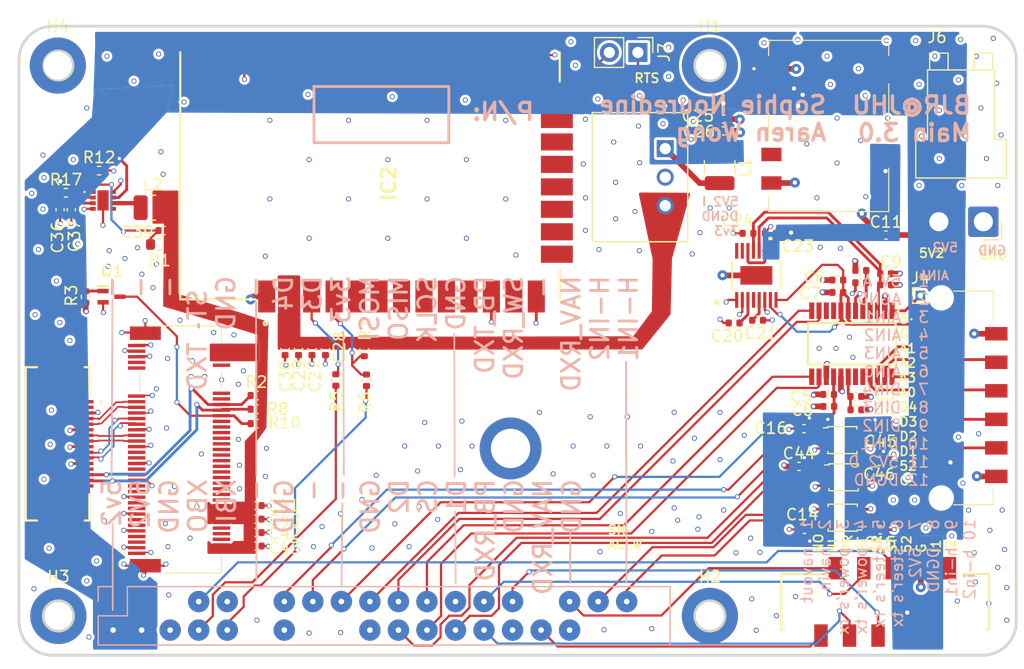
<source format=kicad_pcb>
(kicad_pcb (version 20240108) (generator "pcbnew") (generator_version "8.0")
  (layers (0 "F.Cu" signal "Front") (1 "In1.Cu" signal) (2 "In2.Cu" signal) (31 "B.Cu" signal "Back") (34 "B.Paste" user) (35 "F.Paste" user) (36 "B.SilkS" user "B.Silkscreen") (37 "F.SilkS" user "F.Silkscreen") (38 "B.Mask" user) (39 "F.Mask" user) (44 "Edge.Cuts" user))
  (net 0 "")
  (net 1 "Net-(U1-REGCAPA)")
  (net 2 "GNDA")
  (net 3 "Net-(U1-REGCAPD)")
  (net 4 "3V3")
  (net 5 "5VADC{slash}SENSOR")
  (net 6 "5VRef")
  (net 7 "5.2V")
  (net 8 "Net-(U4-BYPASS)")
  (net 9 "Net-(U4-NR)")
  (net 10 "9V")
  (net 11 "3V3_XBEE")
  (net 12 "Net-(IC6-FB)")
  (net 13 "VCC3V3")
  (net 14 "IN1(5V)")
  (net 15 "IN2(5V)")
  (net 16 "IN2(3.3V)")
  (net 17 "IN1(3.3V)")
  (net 18 "DOUTXBee")
  (net 19 "DINXBee")
  (net 20 "Net-(IC2-DIO9{slash}ON{slash}~{SLEEP})")
  (net 21 "Net-(IC2-DIO6{slash}~{RTS})")
  (net 22 "DIGITAL_OUTPUT_3")
  (net 23 "DIGITAL_OUTPUT_4")
  (net 24 "DIGITAL_INPUT_4")
  (net 25 "DIGITAL_INPUT_3")
  (net 26 "DIGITAL_OUTPUT_1")
  (net 27 "DIGITAL_OUTPUT_2")
  (net 28 "DIGITAL_INPUT_2")
  (net 29 "DIGITAL_INPUT_1")
  (net 30 "AIN4")
  (net 31 "AIN3")
  (net 32 "AIN2")
  (net 33 "AIN1")
  (net 34 "AIN0")
  (net 35 "POWER_BOARD_PORT_RXD")
  (net 36 "Net-(J10-Pin_8)")
  (net 37 "Net-(J10-Pin_10)")
  (net 38 "ADC_SPI_DIN")
  (net 39 "ADC_SPI_DOUT")
  (net 40 "SCLK")
  (net 41 "RPi_SPI_CS")
  (net 42 "POWER_BOARD_PORT_TXD")
  (net 43 "STEERING_WHEEL_PORT_RXD")
  (net 44 "STEERING_WHEEL_PORT_TXD")
  (net 45 "NAVOUT")
  (net 46 "NAVIN")
  (net 47 "Net-(PS1-+VIN)")
  (net 48 "Net-(IC6-LX)")
  (net 51 "PCIE_DET_WAKE")
  (net 52 "PCIE_RST_B")
  (net 53 "3V3_PG")
  (net 84 "PCIE0 RX-")
  (net 86 "PCIE0 RX+")
  (net 90 "PCIE0 TX+")
  (net 91 "PCIE_RST_B_SW")
  (net 92 "PCIE_CLKREQ_N")
  (net 93 "PCIE CLK-")
  (net 95 "PCIE CLK+")
  (net 106 "PCIE0 TX-")
  (net 107 "5V PCIE")
  (footprint "Capacitor_SMD:C_0402_1005Metric" (layer "F.Cu") (at 124.39 70.94)
    (property "Reference" "C26")
    (property "Value" "4.7uF")
  )
  (footprint "Resistor_SMD:R_0402_1005Metric" (layer "F.Cu") (at 92.4 90.49 90)
    (property "Reference" "R7")
    (property "Value" "100k")
  )
  (footprint "Resistor_SMD:R_0603_1608Metric" (layer "F.Cu") (at 74.2 81.05 180)
    (property "Reference" "R1")
    (property "Value" "2.4k")
  )
  (footprint "Connector_PinHeader_2.54mm:PinHeader_1x02_P2.54mm_Vertical" (layer "F.Cu") (at 116.765 63.96 -90)
    (property "Reference" "J7")
    (property "Value" "Conn_01x02")
  )
  (footprint "Capacitor_SMD:C_0402_1005Metric" (layer "F.Cu") (at 128.57 80.07 180)
    (property "Reference" "C23")
    (property "Value" "0.1uF")
  )
  (footprint "Capacitor_SMD:C_0402_1005Metric" (layer "F.Cu") (at 133.75 95.47 180)
    (property "Reference" "C6")
    (property "Value" "10uF")
  )
  (footprint "21xt_footprints:CONV_R-78B3.3-1.5" (layer "F.Cu") (at 116.95 75.06 -90)
    (property "Reference" "PS1" (hide yes))
    (property "Value" "R-78B3.3-1.5L")
  )
  (footprint "Capacitor_SMD:C_0402_1005Metric" (layer "F.Cu") (at 138.25 100.36 180)
    (property "Reference" "C46")
    (property "Value" "0.1uF")
  )
  (footprint "Capacitor_SMD:C_0402_1005Metric" (layer "F.Cu") (at 88.95 90.42 90)
    (property "Reference" "C28")
    (property "Value" "10uF")
  )
  (footprint "21xt_footprints:VSSOP-8_2.4x2.1mm_P0.5mm" (layer "F.Cu") (at 134.97 98.47)
    (property "Reference" "IC7" (hide yes))
    (property "Value" "SN74LVC2T45DCTTG4")
  )
  (footprint "Capacitor_SMD:C_0402_1005Metric" (layer "F.Cu") (at 136.179 95.772 180)
    (property "Reference" "C4")
    (property "Value" "1uF")
  )
  (footprint "21xt_footprints:908160012" (layer "F.Cu") (at 145.67 94.715 -90)
    (property "Reference" "J8" (hide yes))
    (property "Value" "Conn_01x12" (hide yes))
  )
  (footprint "Capacitor_SMD:C_0402_1005Metric" (layer "F.Cu") (at 82.775 104.3)
    (property "Reference" "C41")
    (property "Value" "10uF")
  )
  (footprint "Capacitor_SMD:C_0402_1005Metric" (layer "F.Cu") (at 136.61 84.46 180)
    (property "Reference" "C1" (hide yes))
    (property "Value" "0.1uF")
  )
  (footprint "Connector_PinHeader_1.00mm:PinHeader_1x01_P1.00mm_Vertical" (layer "F.Cu") (at 141.91 85.6)
    (property "Reference" "J4")
    (property "Value" "Conn_01x01_Pin")
  )
  (footprint "Capacitor_SMD:C_0402_1005Metric" (layer "F.Cu") (at 87.75 90.42 90)
    (property "Reference" "C27")
    (property "Value" "0.1uF")
  )
  (footprint "Capacitor_SMD:C_0402_1005Metric" (layer "F.Cu") (at 131.5925 106.42)
    (property "Reference" "C14")
    (property "Value" "0.1uF")
  )
  (footprint "Capacitor_SMD:C_0402_1005Metric" (layer "F.Cu") (at 82.775 107.9)
    (property "Reference" "C43")
    (property "Value" "10uF")
  )
  (footprint "Capacitor_SMD:C_0402_1005Metric" (layer "F.Cu") (at 138.3525 106.45 180)
    (property "Reference" "C15")
    (property "Value" "0.1uF")
  )
  (footprint "21xt_footprints:RLS397" (layer "F.Cu") (at 109.8068 63.93967 90)
    (property "Reference" "IC2")
    (property "Value" "XBP9X-DMUS-011" (hide yes))
  )
  (footprint "21xt_footprints:VSSOP-8_2.4x2.1mm_P0.5mm" (layer "F.Cu") (at 135 105.37 180)
    (property "Reference" "IC1" (hide yes))
    (property "Value" "SN74LVC2T45DCTTG4")
  )
  (footprint "Capacitor_SMD:C_0402_1005Metric" (layer "F.Cu") (at 74.563 79.8118 180)
    (property "Reference" "C39")
    (property "Value" "15pF")
  )
  (footprint "Resistor_SMD:R_0402_1005Metric" (layer "F.Cu") (at 67.6 85.725 -90)
    (property "Reference" "R3")
    (property "Value" "10k")
  )
  (footprint "Capacitor_SMD:C_0402_1005Metric" (layer "F.Cu") (at 136.61 83.36 180)
    (property "Reference" "C2" (hide yes))
    (property "Value" "1uF")
  )
  (footprint "Resistor_SMD:R_0402_1005Metric" (layer "F.Cu") (at 82.8 97 180)
    (property "Reference" "R10")
    (property "Value" "10k")
  )
  (footprint "Capacitor_SMD:C_0402_1005Metric" (layer "F.Cu") (at 126.57 80.06)
    (property "Reference" "C24")
    (property "Value" "1uF")
  )
  (footprint "Capacitor_SMD:C_0402_1005Metric" (layer "F.Cu") (at 125.33 88.04)
    (property "Reference" "C20")
    (property "Value" "0.1uF")
  )
  (footprint "Capacitor_SMD:C_0402_1005Metric" (layer "F.Cu") (at 82.775 106.7)
    (property "Reference" "C42")
    (property "Value" "10uF")
  )
  (footprint "Resistor_SMD:R_0402_1005Metric" (layer "F.Cu") (at 89.875 93.115 90)
    (property "Reference" "R5")
    (property "Value" "68")
  )
  (footprint "Capacitor_SMD:C_0402_1005Metric" (layer "F.Cu") (at 131.5475 97.45)
    (property "Reference" "C16")
    (property "Value" "0.1uF")
  )
  (footprint "Capacitor_SMD:C_0402_1005Metric" (layer "F.Cu") (at 133.74 94.4 180)
    (property "Reference" "C5")
    (property "Value" "0.1uF")
  )
  (footprint "Capacitor_SMD:C_0402_1005Metric" (layer "F.Cu") (at 65.325 77.955 -90)
    (property "Reference" "C36")
    (property "Value" "10uF")
  )
  (footprint "Capacitor_SMD:C_0402_1005Metric" (layer "F.Cu") (at 66.325 77.955 -90)
    (property "Reference" "C37")
    (property "Value" "10uF")
  )
  (footprint "Capacitor_SMD:C_0402_1005Metric" (layer "F.Cu") (at 138.3775 97.42 180)
    (property "Reference" "C45")
    (property "Value" "0.1uF")
  )
  (footprint "Inductor_SMD:L_1008_2520Metric" (layer "F.Cu") (at 73.575 77.775)
    (property "Reference" "L2")
    (property "Value" "2.2uH")
  )
  (footprint "21xt_footprints:ZF5S1601TWT" (layer "F.Cu") (at 65.1 98.8 -90)
    (property "Reference" "J3" (hide yes))
    (property "Value" "Conn_01x16" (hide yes))
  )
  (footprint "21xt_footprints:SOT50P160X90-3N" (layer "F.Cu") (at 69.9 85.7)
    (property "Reference" "Q1")
    (property "Value" "DMG1012T-7" (hide yes))
  )
  (footprint "Connector_JST:JST_VH_B2PS-VH_1x02_P3.96mm_Horizontal" (layer "F.Cu") (at 147.52 79.025 180)
    (property "Reference" "J6")
    (property "Value" "Conn_01x02")
  )
  (footprint "Capacitor_SMD:C_0402_1005Metric" (layer "F.Cu") (at 127.42 87.8 180)
    (property "Reference" "C21")
    (property "Value" "0.1uF")
  )
  (footprint "Resistor_SMD:R_0402_1005Metric" (layer "F.Cu") (at 82.8 95.72 180)
    (property "Reference" "R8")
    (property "Value" "10k")
  )
  (footprint "Resistor_SMD:R_0402_1005Metric" (layer "F.Cu") (at 92.6 93.14 -90)
    (property "Reference" "R6")
    (property "Value" "68")
  )
  (footprint "Capacitor_SMD:C_0402_1005Metric" (layer "F.Cu") (at 86.55 90.42 90)
    (property "Reference" "C29")
    (property "Value" "47pF")
  )
  (footprint "MountingHole:MountingHole_2.5mm_Pad" (layer "F.Cu") (at 123.176 114.12)
    (property "Reference" "H2")
    (property "Value" "MountingHole")
  )
  (footprint "Capacitor_SMD:C_0402_1005Metric" (layer "F.Cu") (at 138.82 83.65 180)
    (property "Reference" "C9")
    (property "Value" "10uF")
  )
  (footprint "Resistor_SMD:R_0402_1005Metric" (layer "F.Cu") (at 82.8 94.5 180)
    (property "Reference" "R2")
    (property "Value" "10k")
  )
  (footprint "Capacitor_SMD:C_0402_1005Metric" (layer "F.Cu") (at 131.11 100.81)
    (property "Reference" "C44")
    (property "Value" "0.1uF")
  )
  (footprint "Capacitor_SMD:C_0402_1005Metric" (layer "F.Cu") (at 136.169 94.582 180)
    (property "Reference" "C3")
    (property "Value" "0.1uF")
  )
  (footprint "Capacitor_SMD:C_0402_1005Metric" (layer "F.Cu") (at 82.775 105.5)
    (property "Reference" "C40")
    (property "Value" "10uF")
  )
  (footprint "21xt_footprints:R2D120509" (layer "F.Cu") (at 133.75 70.5 -90)
    (property "Reference" "PS2" (hide yes))
    (property "Value" "R2D12-0509" (hide yes))
  )
  (footprint "21xt_footprints:908160010" (layer "F.Cu") (at 138.776 112.87)
    (property "Reference" "J1" (hide yes))
    (property "Value" "Conn_01x10" (hide yes))
  )
  (footprint "MountingHole:MountingHole_2.5mm_Pad" (layer "F.Cu") (at 123.176 65.12)
    (property "Reference" "H1")
    (property "Value" "MountingHole")
  )
  (footprint "21xt_footprints:AP3441LSHE7B" (layer "F.Cu") (at 69.15 77.125 -90)
    (property "Reference" "IC6" (hide yes))
    (property "Value" "AP3441LSHE-7B" (hide yes))
  )
  (footprint "Resistor_SMD:R_0402_1005Metric" (layer "F.Cu") (at 65.85 76.45)
    (property "Reference" "R17")
    (property "Value" "10k")
  )
  (footprint "MountingHole:MountingHole_2.5mm_Pad" (layer "F.Cu") (at 65.1256 65.1256)
    (property "Reference" "H4")
    (property "Value" "MountingHole")
  )
  (footprint "Capacitor_SMD:C_0402_1005Metric" (layer "F.Cu") (at 138.85 80.21)
    (property "Reference" "C11")
    (property "Value" "0.1uF")
  )
  (footprint "MountingHole:MountingHole_2.5mm_Pad" (layer "F.Cu") (at 65.176 114.12)
    (property "Reference" "H3")
    (property "Value" "MountingHole")
  )
  (footprint "" (layer "F.Cu") (at 105.43 99.21)
    (property "Reference" "")
    (property "Value" "")
  )
  (footprint "21xt_footprints:LT6658AHMSE-2.5-PBF" (layer "F.Cu") (at 127.309998 83.8044 90)
    (property "Reference" "U4" (hide yes))
    (property "Value" "LT6658AHMSE-5-PBF")
  )
  (footprint "21xt_footprints:VSSOP-8_2.4x2.1mm_P0.5mm" (layer "F.Cu") (at 135.08 101.78)
    (property "Reference" "IC8" (hide yes))
    (property "Value" "SN74LVC2T45DCTTG4")
  )
  (footprint "Inductor_SMD:L_1210_3225Metric" (layer "F.Cu") (at 124.04 74.19 -90)
    (property "Reference" "L1")
    (property "Value" "3.9uH")
  )
  (footprint "Capacitor_SMD:C_0402_1005Metric" (layer "F.Cu") (at 134.56 85.32)
    (property "Reference" "C7")
    (property "Value" "0.1uF")
  )
  (footprint "Capacitor_SMD:C_0402_1005Metric" (layer "F.Cu") (at 124.39 69.89)
    (property "Reference" "C25")
    (property "Value" "10uF")
  )
  (footprint "Capacitor_SMD:C_0402_1005Metric" (layer "F.Cu") (at 138.82 84.65 180)
    (property "Reference" "C10" (hide yes))
    (property "Value" "0.1uF")
  )
  (footprint "21xt_footprints:MDT275M02001" (layer "F.Cu") (at 77.4192 99.3 90)
    (property "Reference" "J5" (hide yes))
    (property "Value" "MDT275M02001" (hide yes))
  )
  (footprint "Capacitor_SMD:C_0402_1005Metric" (layer "F.Cu") (at 85.35 90.42 90)
    (property "Reference" "C30")
    (property "Value" "8.2pF")
  )
  (footprint "Resistor_SMD:R_0402_1005Metric" (layer "F.Cu") (at 68.8 74.475 180)
    (property "Reference" "R12")
    (property "Value" "10k")
  )
  (footprint "21xt_footprints:SOP65P640X120-24N" (layer "F.Cu") (at 135.815 89.89 -90)
    (property "Reference" "U1" (hide yes))
    (property "Value" "AD7175-2BRUZ" (hide yes))
  )
  (footprint "Capacitor_SMD:C_0402_1005Metric" (layer "F.Cu") (at 134.56 84.22)
    (property "Reference" "C8")
    (property "Value" "1uF")
  )
  (footprint "RPi5Conn:PinHeader_2x20_P2.54mm_Vertical" (layer "B.Cu") (at 70.046 112.84 -90)
    (property "Reference" "J10" (hide yes))
    (property "Value" "Conn_02x20_Odd_Even")
  )
  (gr_rect (start 87.93 66.99) (end 99.93 71.99) (stroke (width 0.254)) (fill none) (layer "B.SilkS"))
  (gr_line (start 69.91 101.8) (end 69.99 85.98) (stroke (width 0.1524)) (layer "B.SilkS"))
  (gr_line (start 90.38 111.35) (end 90.45 104.11) (stroke (width 0.1524)) (layer "B.SilkS"))
  (gr_line (start 90.58 101.55) (end 90.54 88.83) (stroke (width 0.1524)) (layer "B.SilkS"))
  (gr_line (start 110.73 111.19) (end 110.75 106.52) (stroke (width 0.1524)) (layer "B.SilkS"))
  (gr_line (start 100.45 101.7) (end 100.42 89.04) (stroke (width 0.1524)) (layer "B.SilkS"))
  (gr_line (start 115.75 111.16) (end 115.71 91.51) (stroke (width 0.1524)) (layer "B.SilkS"))
  (gr_line (start 70.01 113.59) (end 70.01 105.96) (stroke (width 0.1524)) (layer "B.SilkS"))
  (gr_line (start 82.82 103.98) (end 82.8 111.01) (stroke (width 0.1524)) (layer "B.SilkS"))
  (gr_line (start 100.51 104.83) (end 100.54 111.19) (stroke (width 0.1524)) (layer "B.SilkS"))
  (gr_line (start 82.77 86.19) (end 82.79 101.65) (stroke (width 0.1524)) (layer "B.SilkS"))
  (gr_arc (start 61.676 64.62) (mid 62.55468 62.49868) (end 64.676 61.62) (stroke (width 0.25)) (layer "Edge.Cuts"))
  (gr_line (start 90.726 117.62) (end 104.126 117.62) (stroke (width 0.25)) (layer "Edge.Cuts"))
  (gr_arc (start 147.45468 61.62) (mid 149.576013 62.498673) (end 150.45468 64.62) (stroke (width 0.25)) (layer "Edge.Cuts"))
  (gr_line (start 104.126 117.62) (end 147.45468 117.62) (stroke (width 0.25)) (layer "Edge.Cuts"))
  (gr_line (start 147.45468 61.62) (end 64.676 61.62) (stroke (width 0.25)) (layer "Edge.Cuts"))
  (gr_circle (center 123.176 114.12) (end 124.526 114.12) (stroke (width 0.25)) (fill none) (layer "Edge.Cuts"))
  (gr_arc (start 150.45468 114.62) (mid 149.576005 116.741349) (end 147.45468 117.62) (stroke (width 0.25)) (layer "Edge.Cuts"))
  (gr_line (start 64.676 117.62) (end 77.346 117.62) (stroke (width 0.25)) (layer "Edge.Cuts"))
  (gr_circle (center 123.176 65.12) (end 124.526 65.12) (stroke (width 0.25)) (fill none) (layer "Edge.Cuts"))
  (gr_line (start 61.676 64.62) (end 61.676 98.220635) (stroke (width 0.25)) (layer "Edge.Cuts"))
  (gr_circle (center 65.176 65.12) (end 66.476 65.12) (stroke (width 0.25)) (fill none) (layer "Edge.Cuts"))
  (gr_line (start 77.346 117.62) (end 90.726 117.62) (stroke (width 0.25)) (layer "Edge.Cuts"))
  (gr_line (start 150.45468 114.62) (end 150.45468 64.62) (stroke (width 0.25)) (layer "Edge.Cuts"))
  (gr_arc (start 64.676 117.62) (mid 62.55468 116.74132) (end 61.676 114.62) (stroke (width 0.25)) (layer "Edge.Cuts"))
  (gr_circle (center 65.176 114.12) (end 66.526 114.12) (stroke (width 0.25)) (fill none) (layer "Edge.Cuts"))
  (gr_line (start 61.676 98.220635) (end 61.676 114.62) (stroke (width 0.25)) (layer "Edge.Cuts"))
  (gr_text "P/N:" (at 107.69 70.13 0) (layer "B.SilkS") (effects (font (size 1.524 1.524) (thickness 0.3048) (bold yes)) (justify left bottom mirror)))
  (gr_text "1  navout\n2  navin\n3  power's rx\n4  power's tx\n5  steer's rx\n6  steer's tx\n7  5V2\n8  DGND\n9  h-in1\n10 h-in2" (at 146.88 105.41 90) (layer "B.SilkS") (effects (font (size 1 1)) (justify left bottom mirror)))
  (gr_text "1  5V A\n2  AGND\n3  AIN1\n4  AIN2\n5  AIN3\n6  AIN0\n7  DIN4\n8  DIN3\n9  DIN2\n10 DIN1\n11 5V2 D\n12 DGND" (at 142.78 102.6 0) (layer "B.SilkS") (effects (font (size 1 1)) (justify left bottom mirror)))
  (gr_text "AIN4" (at 144.55 84.3 0) (layer "B.SilkS") (effects (font (size 0.8128 0.8128) (thickness 0.1524) (bold yes)) (justify left bottom mirror)))
  (gr_text "Sophie Nouredine\nAaren Wong" (at 133.7 71.97 0) (layer "B.SilkS") (effects (font (size 1.524 1.524) (thickness 0.3048) (bold yes)) (justify left bottom mirror)))
  (gr_text "5V2" (at 145.35 81.8 0) (layer "B.SilkS") (effects (font (size 0.8128 0.8128) (thickness 0.1524) (bold yes)) (justify left bottom mirror)))
  (gr_text "5V2 I\nDGND\n3v3" (at 125.82 80.33 0) (layer "B.SilkS") (effects (font (size 0.8128 0.8128) (thickness 0.1524) (bold yes)) (justify left bottom mirror)))
  (gr_text "-\n-\n-\n ST-TXD\nGND\n-\nD4\nD3\n3v3\nMOSI\nMISO\nSCLK\nGND\nPB_TXD\nSW_RXD\n-\nNAV_RXD\nH-IN2\nH-IN1" (at 116.87 83.69 90) (layer "B.SilkS") (effects (font (size 1.59 1.59) (thickness 0.25)) (justify left bottom mirror)))
  (gr_text "BJR@JHU\nMain 3.0" (at 146.59 72 0) (layer "B.SilkS") (effects (font (size 1.524 1.524) (thickness 0.3048) (bold yes)) (justify left bottom mirror)))
  (gr_text "GND" (at 149.65 82.05 0) (layer "B.SilkS") (effects (font (size 0.8128 0.8128) (thickness 0.1524) (bold yes)) (justify left bottom mirror)))
  (gr_text "5v2\n5V2\nGND\nXBO\nXBI\n-   \nGND\n-\n-\nGND\nD2\nCS\nD1\nPB_RXD\nGND\nNAV_RXD\nGND" (at 111.8 101.79 90) (layer "B.SilkS") (effects (font (size 1.59 1.59) (thickness 0.25) (bold yes)) (justify left bottom mirror)))
  (gr_text "RTS" (at 116.36 66.72 0) (layer "F.SilkS") (effects (font (size 0.8128 0.8128) (thickness 0.1524) (bold yes)) (justify left bottom)))
  (gr_text "5V2" (at 141.7 82.3 0) (layer "F.SilkS") (effects (font (size 0.8128 0.8128) (thickness 0.1524) (bold yes)) (justify left bottom)))
  (gr_text "SN\nACLW" (at 113.99 108.24 0) (layer "F.SilkS") (effects (font (size 0.8128 0.8128) (thickness 0.1524) (bold yes)) (justify left bottom)))
  (gr_text "GND" (at 147.05 82.45 0) (layer "F.SilkS") (effects (font (size 0.8128 0.8128) (thickness 0.1524) (bold yes)) (justify left bottom)))
  (gr_text "5\nG\nA1\nA2\nA3\nA0\nD4\nD3\nD2\nD1\n52\nG" (at 139.95 102.55 0) (layer "F.SilkS") (effects (font (size 0.8128 0.8128) (thickness 0.1524) (bold yes)) (justify left bottom)))
  (gr_text "NO\nNI\nPR\nPT\nSR\nST\n52\nG\nI1\nI2" (at 145.09 108.6 90) (layer "F.SilkS") (effects (font (size 0.8128 0.8128) (thickness 0.1524) (bold yes)) (justify left bottom)))
  (segment (start 136.875 85.9605) (end 137.09 85.7455) (width 0.254) (layer "F.Cu") (net 1))
  (segment (start 136.875 86.952) (end 136.875 85.9605) (width 0.254) (layer "F.Cu") (net 1))
  (segment (start 137.09 85.7455) (end 137.09 84.46) (width 0.254) (layer "F.Cu") (net 1))
  (segment (start 137.09 83.36) (end 137.09 84.46) (width 0.254) (layer "F.Cu") (net 1))
  (segment (start 87.75 91.7) (end 87.75 90.9) (width 0.2) (layer "F.Cu") (net 2))
  (segment (start 83.9 105.5) (end 83.93 105.53) (width 0.2) (layer "F.Cu") (net 2))
  (segment (start 70.05 76.375) (end 70.73 75.695) (width 0.2) (layer "F.Cu") (net 2))
  (segment (start 67.515 77.875) (end 67.47 77.92) (width 0.2) (layer "F.Cu") (net 2))
  (segment (start 128.059996 85.9888) (end 128.059996 86.869996) (width 0.2) (layer "F.Cu") (net 2))
  (segment (start 124.87 70.94) (end 125.73 70.94) (width 0.508) (layer "F.Cu") (net 2))
  (segment (start 73.241 96.05) (end 73.406 95.885) (width 0.125) (layer "F.Cu") (net 2))
  (segment (start 66.35 100.55) (end 66.3 100.6) (width 0.254) (layer "F.Cu") (net 2))
  (segment (start 139.3 84.65) (end 140.09 84.65) (width 0.508) (layer "F.Cu") (net 2))
  (segment (start 133.54 91.73) (end 133.61 91.66) (width 0.508) (layer "F.Cu") (net 2))
  (segment (start 128.65 75.58) (end 130.7 75.58) (width 0.508) (layer "F.Cu") (net 2))
  (segment (start 136.13 83.36) (end 136.13 82.55) (width 0.508) (layer "F.Cu") (net 2))
  (segment (start 72.0942 103.5) (end 71 103.5) (width 0.2) (layer "F.Cu") (net 2))
  (segment (start 72.1442 103.55) (end 72.0942 103.5) (width 0.2) (layer "F.Cu") (net 2))
  (segment (start 65.325 78.435) (end 65.325 79.155) (width 0.2) (layer "F.Cu") (net 2))
  (segment (start 72.9192 109.65) (end 72.9192 110.3308) (width 0.2) (layer "F.Cu") (net 2))
  (segment (start 136.63 102.53) (end 137.6 102.53) (width 0.25) (layer "F.Cu") (net 2))
  (segment (start 88.95 91.68) (end 88.94 91.69) (width 0.2) (layer "F.Cu") (net 2))
  (segment (start 83.92 104.3) (end 83.93 104.31) (width 0.2) (layer "F.Cu") (net 2))
  (segment (start 67.5 97.55) (end 66.25 97.55) (width 0.254) (layer "F.Cu") (net 2))
  (segment (start 138.9 100.36) (end 139.54 99.72) (width 0.25) (layer "F.Cu") (net 2))
  (segment (start 134.84 92.828) (end 134.84 94.02) (width 0.508) (layer "F.Cu") (net 2))
  (segment (start 136.54 85.42) (end 136.14 85.82) (width 0.25) (layer "F.Cu") (net 2))
  (segment (start 67.6 86.235) (end 67.6 86.96) (width 0.508) (layer "F.Cu") (net 2))
  (segment (start 72.1442 105.05) (end 72.0942 105) (width 0.2) (layer "F.Cu") (net 2))
  (segment (start 69.15 86.2) (end 69.15 87.08) (width 0.2) (layer "F.Cu") (net 2))
  (segment (start 72.1442 96.05) (end 73.241 96.05) (width 0.125) (layer "F.Cu") (net 2))
  (segment (start 133.26 94.4) (end 132.46 94.4) (width 0.508) (layer "F.Cu") (net 2))
  (segment (start 72.1442 94.55) (end 72.2062 94.488) (width 0.125) (layer "F.Cu") (net 2))
  (segment (start 148.67 101.7) (end 146.96 101.7) (width 0.508) (layer "F.Cu") (net 2))
  (segment (start 109.35633 64.19367) (end 109.37 64.18) (width 0.2) (layer "F.Cu") (net 2))
  (segment (start 133.27 95.47) (end 132.39 95.47) (width 0.508) (layer "F.Cu") (net 2))
  (segment (start 129.89 100.81) (end 129.78 100.7) (width 0.508) (layer "F.Cu") (net 2))
  (segment (start 133.53 102.53) (end 132.64 102.53) (width 0.25) (layer "F.Cu") (net 2))
  (segment (start 140.09 84.65) (end 140.1 84.66) (width 0.508) (layer "F.Cu") (net 2))
  (segment (start 133.23 84.22) (end 133.22 84.21) (width 0.508) (layer "F.Cu") (net 2))
  (segment (start 139.76 96.78) (end 139.4975 96.78) (width 0.25) (layer "F.Cu") (net 2))
  (segment (start 66.325 79.155) (end 66.29 79.19) (width 0.2) (layer "F.Cu") (net 2))
  (segment (start 83.255 107.9) (end 83.85 107.9) (width 0.2) (layer "F.Cu") (net 2))
  (segment (start 83.85 107.9) (end 83.87 107.92) (width 0.2) (layer "F.Cu") (net 2))
  (segment (start 72.1442 91.05) (end 72.1942 91) (width 0.2) (layer "F.Cu") (net 2))
  (segment (start 86.55 90.9) (end 86.55 91.72) (width 0.2) (layer "F.Cu") (net 2))
  (segment (start 124.85 88.04) (end 124.4 88.04) (width 0.2) (layer "F.Cu") (net 2))
  (segment (start 133.42 99.22) (end 132.63 99.22) (width 0.2) (layer "F.Cu") (net 2))
  (segment (start 85.43 91.79) (end 85.35 91.71) (width 0.2) (layer "F.Cu") (net 2))
  (segment (start 136.13 82.55) (end 136.09 82.51) (width 0.508) (layer "F.Cu") (net 2))
  (segment (start 70.065 74.475) (end 70.1 74.51) (width 0.2) (layer "F.Cu") (net 2))
  (segment (start 72.1442 99.05) (end 73.289 99.05) (width 0.125) (layer "F.Cu") (net 2))
  (segment (start 128.09 79.96) (end 128.59 79.46) (width 0.2) (layer "F.Cu") (net 2))
  (segment (start 70.73 75.695) (end 70.73 75.37) (width 0.2) (layer "F.Cu") (net 2))
  (segment (start 128.09 80.07) (end 128.09 79.96) (width 0.2) (layer "F.Cu") (net 2))
  (segment (start 126.059998 87.030002) (end 125.81 87.28) (width 0.2) (layer "F.Cu") (net 2))
  (segment (start 125.24 80.06) (end 125.23 80.05) (width 0.2) (layer "F.Cu") (net 2))
  (segment (start 65.325 79.155) (end 65.36 79.19) (width 0.2) (layer "F.Cu") (net 2))
  (segment (start 83.721 85.68207) (end 82.53793 85.68207) (width 0.508) (layer "F.Cu") (net 2))
  (segment (start 137.43 99.22) (end 137.46 99.25) (width 0.2) (layer "F.Cu") (net 2))
  (segment (start 72.9192 109.65) (end 74.6 109.65) (width 0.2) (layer "F.Cu") (net 2))
  (segment (start 72.0942 90.5) (end 71.1 90.5) (width 0.2) (layer "F.Cu") (net 2))
  (segment (start 125.559996 85.9888) (end 124.8112 85.9888) (width 0.2) (layer "F.Cu") (net 2))
  (segment (start 137.418 95.772) (end 137.48 95.71) (width 0.508) (layer "F.Cu") (net 2))
  (segment (start 136.649 94.582) (end 137.472 94.582) (width 0.508) (layer "F.Cu") (net 2))
  (segment (start 72.0942 106.5) (end 71 106.5) (width 0.2) (layer "F.Cu") (net 2))
  (segment (start 83.9 106.7) (end 83.93 106.67) (width 0.2) (layer "F.Cu") (net 2))
  (segment (start 139.4975 96.78) (end 138.8575 97.42) (width 0.25) (layer "F.Cu") (net 2))
  (segment (start 141.956 111.554) (end 141.95 111.56) (width 0.508) (layer "F.Cu") (net 2))
  (segment (start 128.72 87.8) (end 128.74 87.78) (width 0.2) (layer "F.Cu") (net 2))
  (segment (start 103.721 85.68207) (end 103.721 87.959) (width 0.25) (layer "F.Cu") (net 2))
  (segment (start 69.15 79.33) (end 69.15 77.125) (width 0.2) (layer "F.Cu") (net 2))
  (segment (start 131.0675 97.45) (end 130.27 97.45) (width 0.2) (layer "F.Cu") (net 2))
  (segment (start 81.721 64.19367) (end 81.721 66.331) (width 0.2) (layer "F.Cu") (net 2))
  (segment (start 72.1942 97.5) (end 73.25 97.5) (width 0.2) (layer "F.Cu") (net 2))
  (segment (start 148.67 89) (end 146.71 89) (width 0.508) (layer "F.Cu") (net 2))
  (segment (start 132.63 99.22) (end 132.5 99.35) (width 0.2) (layer "F.Cu") (net 2))
  (segment (start 83.255 105.5) (end 83.9 105.5) (width 0.2) (layer "F.Cu") (net 2))
  (segment (start 66.325 78.435) (end 66.325 79.155) (width 0.2) (layer "F.Cu") (net 2))
  (segment (start 73.406 108.4624) (end 72.2318 108.4624) (width 0.125) (layer "F.Cu") (net 2))
  (segment (start 141.956 109.87) (end 141.956 111.554) (width 0.508) (layer "F.Cu") (net 2))
  (segment (start 67.5 99.05) (end 66.25 99.05) (width 0.254) (layer "F.Cu") (net 2))
  (segment (start 82.53793 85.68207) (end 82.28 85.94) (width 0.508) (layer "F.Cu") (net 2))
  (segment (start 72.1442 90.55) (end 72.0942 90.5) (width 0.2) (layer "F.Cu") (net 2))
  (segment (start 137.472 94.582) (end 137.52 94.63) (width 0.508) (layer "F.Cu") (net 2))
  (segment (start 88.95 90.9) (end 88.95 91.68) (width 0.2) (layer "F.Cu") (net 2))
  (segment (start 107.721 64.19367) (end 109.35633 64.19367) (width 0.2) (layer "F.Cu") (net 2))
  (segment (start 134.08 84.22) (end 133.23 84.22) (width 0.508) (layer "F.Cu") (net 2))
  (segment (start 138.8325 106.45) (end 139.55 106.45) (width 0.25) (layer "F.Cu") (net 2))
  (segment (start 67.5 96.05) (end 68.65 96.05) (width 0.254) (layer "F.Cu") (net 2))
  (segment (start 81.721 66.331) (end 81.74 66.35) (width 0.2) (layer "F.Cu") (net 2))
  (segment (start 126.09 80.06) (end 125.24 80.06) (width 0.2) (layer "F.Cu") (net 2))
  (segment (start 126.059998 85.9888) (end 126.059998 87.030002) (width 0.2) (layer "F.Cu") (net 2))
  (segment (start 139.55 106.45) (end 139.57 106.43) (width 0.25) (layer "F.Cu") (net 2))
  (segment (start 138.74 85.67) (end 138.78 85.63) (width 0.508) (layer "F.Cu") (net 2))
  (segment (start 72.1442 97.55) (end 72.1942 97.5) (width 0.2) (layer "F.Cu") (net 2))
  (segment (start 136.14 85.82) (end 136.14 86.952) (width 0.25) (layer "F.Cu") (net 2))
  (segment (start 72.2062 94.488) (end 73.533 94.488) (width 0.125) (layer "F.Cu") (net 2))
  (segment (start 83.255 104.3) (end 83.92 104.3) (width 0.2) (layer "F.Cu") (net 2))
  (segment (start 72.1442 108.05) (end 72.0942 108) (width 0.2) (layer "F.Cu") (net 2))
  (segment (start 83.255 106.7) (end 83.9 106.7) (width 0.2) (layer "F.Cu") (net 2))
  (segment (start 72.9192 109.65) (end 71.15 109.65) (width 0.2) (layer "F.Cu") (net 2))
  (segment (start 124.3144 83.8044) (end 124.3 83.79) (width 0.508) (layer "F.Cu") (net 2))
  (segment (start 124.4 88.04) (end 124.07 87.71) (width 0.2) (layer "F.Cu") (net 2))
  (segment (start 132.64 102.53) (end 132.55 102.62) (width 0.25) (layer "F.Cu") (net 2))
  (segment (start 127.309998 83.8044) (end 124.3144 83.8044) (width 0.508) (layer "F.Cu") (net 2))
  (segment (start 130.27 97.45) (end 130.21 97.51) (width 0.2) (layer "F.Cu") (net 2))
  (segment (start 124.87 69.89) (end 125.8 69.89) (width 0.508) (layer "F.Cu") (net 2))
  (segment (start 135.85 85.42) (end 136.13 85.14) (width 0.25) (layer "F.Cu") (net 2))
  (segment (start 73.0232 102.05) (end 72.1442 102.05) (width 0.2) (layer "F.Cu") (net 2))
  (segment (start 124.8112 85.9888) (end 124.62 86.18) (width 0.2) (layer "F.Cu") (net 2))
  (segment (start 72.1442 100.55) (end 72.1942 100.5) (width 0.2) (layer "F.Cu") (net 2))
  (segment (start 72.1942 91) (end 73.3 91) (width 0.2) (layer "F.Cu") (net 2))
  (segment (start 73.289 99.05) (end 73.406 98.933) (width 0.125) (layer "F.Cu") (net 2))
  (segment (start 134.84 94.02) (end 134.96 94.14) (width 0.508) (layer "F.Cu") (net 2))
  (segment (start 133.21 85.32) (end 133.19 85.3) (width 0.508) (layer "F.Cu") (net 2))
  (segment (start 72.1942 90) (end 73.4 90) (width 0.2) (layer "F.Cu") (net 2))
  (segment (start 146.96 101.7) (end 146.94 101.68) (width 0.508) (layer "F.Cu") (net 2))
  (segment (start 71.15 109.65) (end 71 109.5) (width 0.2) (layer "F.Cu") (net 2))
  (segment (start 140.08 83.65) (end 140.1 83.63) (width 0.508) (layer "F.Cu") (net 2))
  (segment (start 128.65 65.42) (end 130.86 65.42) (width 0.508) (layer "F.Cu") (net 2))
  (segment (start 66.25 97.55) (end 66.2 97.6) (width 0.254) (layer "F.Cu") (net 2))
  (segment (start 72.9192 88.95) (end 72.8592 88.89) (width 0.2) (layer "F.Cu") (net 2))
  (segment (start 69.15 87.08) (end 69.18 87.11) (width 0.2) (layer "F.Cu") (net 2))
  (segment (start 68.25 77.875) (end 67.515 77.875) (width 0.2) (layer "F.Cu") (net 2))
  (segment (start 133.45 104.62) (end 132.48 104.62) (width 0.25) (layer "F.Cu") (net 2))
  (segment (start 130.7 75.58) (end 130.74 75.54) (width 0.508) (layer "F.Cu") (net 2))
  (segment (start 134.08 85.32) (end 133.21 85.32) (width 0.508) (layer "F.Cu") (net 2))
  (segment (start 67.6 86.96) (end 67.65 87.01) (width 0.508) (layer "F.Cu") (net 2))
  (segment (start 125.8 69.89) (end 125.83 69.92) (width 0.508) (layer "F.Cu") (net 2))
  (segment (start 72.0942 105) (end 71 105) (width 0.2) (layer "F.Cu") (net 2))
  (segment (start 72.1942 100.5) (end 73.25 100.5) (width 0.2) (layer "F.Cu") (net 2))
  (segment (start 136.7 78.54) (end 138.37 80.21) (width 0.508) (layer "F.Cu") (net 2))
  (segment (start 72.9192 87.8492) (end 72.9 87.83) (width 0.2) (layer "F.Cu") (net 2))
  (segment (start 69.31 74.475) (end 70.065 74.475) (width 0.2) (layer "F.Cu") (net 2))
  (segment (start 69.14 79.34) (end 69.15 79.33) (width 0.2) (layer "F.Cu") (net 2))
  (segment (start 72.1442 90.05) (end 72.1942 90) (width 0.2) (layer "F.Cu") (net 2))
  (segment (start 132.48 104.62) (end 132.45 104.59) (width 0.25) (layer "F.Cu") (net 2))
  (segment (start 85.35 91.71) (end 85.35 90.9) (width 0.2) (layer "F.Cu") (net 2))
  (segment (start 138.74 86.952) (end 138.74 85.67) (width 0.508) (layer "F.Cu") (net 2))
  (segment (start 146.71 89) (end 146.7 88.99) (width 0.508) (layer "F.Cu") (net 2))
  (segment (start 130.63 100.81) (end 129.89 100.81) (width 0.508) (layer "F.Cu") (net 2))
  (segment (start 67.5 100.55) (end 66.35 100.55) (width 0.254) (layer "F.Cu") (net 2))
  (segment (start 130.25 106.42) (end 130.24 106.41) (width 0.2) (layer "F.Cu") (net 2))
  (segment (start 128.059996 86.869996) (end 128.28 87.09) (width 0.2) (layer "F.Cu") (net 2))
  (segment (start 74.6 109.65) (end 74.75 109.5) (width 0.2) (layer "F.Cu") (net 2))
  (segment (start 131.1125 106.42) (end 130.25 106.42) (width 0.2) (layer "F.Cu") (net 2))
  (segment (start 136.7 78.3) (end 136.7 78.54) (width 0.508) (layer "F.Cu") (net 2))
  (segment (start 136.659 95.772) (end 137.418 95.772) (width 0.508) (layer "F.Cu") (net 2))
  (segment (start 138.73 100.36) (end 138.9 100.36) (width 0.25) (layer "F.Cu") (net 2))
  (segment (start 139.3 83.65) (end 140.08 83.65) (width 0.508) (layer "F.Cu") (net 2))
  (segment (start 72.9192 88.95) (end 72.9192 87.8492) (width 0.2) (layer "F.Cu") (net 2))
  (segment (start 136.13 85.14) (end 136.13 84.46) (width 0.25) (layer "F.Cu") (net 2))
  (segment (start 137.45 104.62) (end 137.49 104.58) (width 0.25) (layer "F.Cu") (net 2))
  (segment (start 73.5 102.5268) (end 73.0232 102.05) (width 0.2) (layer "F.Cu") (net 2))
  (segment (start 107.721 85.68207) (end 107.721 88.029) (width 0.25) (layer "F.Cu") (net 2))
  (segment (start 133.54 92.828) (end 133.54 91.73) (width 0.508) (layer "F.Cu") (net 2))
  (segment (start 137.6 102.53) (end 137.63 102.56) (width 0.25) (layer "F.Cu") (net 2))
  (segment (start 127.9 87.8) (end 128.72 87.8) (width 0.2) (layer "F.Cu") (net 2))
  (segment (start 66.25 99.05) (end 66.2 99.1) (width 0.254) (layer "F.Cu") (net 2))
  (segment (start 72.8592 88.89) (end 70.82 88.89) (width 0.2) (layer "F.Cu") (net 2))
  (segment (start 72.9192 110.3308) (end 72.75 110.5) (width 0.2) (layer "F.Cu") (net 2))
  (segment (start 125.73 70.94) (end 125.86 71.07) (width 0.508) (layer "F.Cu") (net 2))
  (segment (start 136.55 104.62) (end 137.45 104.62) (width 0.25) (layer "F.Cu") (net 2))
  (segment (start 72.1442 106.55) (end 72.0942 106.5) (width 0.2) (layer "F.Cu") (net 2))
  (segment (start 72.2318 108.4624) (end 72.1442 108.55) (width 0.125) (layer "F.Cu") (net 2))
  (segment (start 107.721 88.029) (end 107.7 88.05) (width 0.25) (layer "F.Cu") (net 2))
  (segment (start 72.0942 108) (end 71 108) (width 0.2) (layer "F.Cu") (net 2))
  (segment (start 132.46 94.4) (end 132.4 94.46) (width 0.508) (layer "F.Cu") (net 2))
  (segment (start 68.65 96.05) (end 68.7 96) (width 0.254) (layer "F.Cu") (net 2))
  (segment (start 136.52 99.22) (end 137.43 99.22) (width 0.2) (layer "F.Cu") (net 2))
  (via (at 133.22 84.21) (size 0.45) (drill 0.3) (layers "F.Cu" "B.Cu") (net 2))
  (via (at 73.9 93.9) (size 0.45) (drill 0.3) (layers "F.Cu" "B.Cu") (net 2))
  (via (at 77.9 99.7) (size 0.45) (drill 0.3) (layers "F.Cu" "B.Cu") (net 2))
  (via (at 122.1 106.4) (size 0.45) (drill 0.3) (layers "F.Cu" "B.Cu") (net 2))
  (via (at 113.4 108.4) (size 0.45) (drill 0.3) (layers "F.Cu" "B.Cu") (net 2))
  (via (at 128.74 87.78) (size 0.45) (drill 0.3) (layers "F.Cu" "B.Cu") (net 2))
  (via (at 90.297 105.029) (size 0.45) (drill 0.3) (layers "F.Cu" "B.Cu") (net 2))
  (via (at 147.8 73.4) (size 0.45) (drill 0.3) (layers "F.Cu" "B.Cu") (net 2))
  (via (at 140.8 101.8) (size 0.45) (drill 0.3) (layers "F.Cu" "B.Cu") (net 2))
  (via (at 149.4 108.2) (size 0.45) (drill 0.3) (layers "F.Cu" "B.Cu") (net 2))
  (via (at 101.092 96.774) (size 0.45) (drill 0.3) (layers "F.Cu" "B.Cu") (net 2))
  (via (at 141.5 62.9) (size 0.45) (drill 0.3) (layers "F.Cu" "B.Cu") (net 2))
  (via (at 125.5 108.5) (size 0.45) (drill 0.3) (layers "F.Cu" "B.Cu") (net 2))
  (via (at 139.54 99.72) (size 0.45) (drill 0.3) (layers "F.Cu" "B.Cu") (net 2))
  (via (at 148.1 106.5) (size 0.45) (drill 0.3) (layers "F.Cu" "B.Cu") (net 2))
  (via (at 132.39 95.47) (size 0.45) (drill 0.3) (layers "F.Cu" "B.Cu") (net 2))
  (via (at 97.79 96.901) (size 0.45) (drill 0.3) (layers "F.Cu" "B.Cu") (net 2))
  (via (at 83.7 99.2) (size 0.45) (drill 0.3) (layers "F.Cu" "B.Cu") (net 2))
  (via (at 128.59 79.46) (size 0.45) (drill 0.3) (layers "F.Cu" "B.Cu") (net 2))
  (via (at 93.091 108.077) (size 0.45) (drill 0.3) (layers "F.Cu" "B.Cu") (net 2))
  (via (at 137.48 95.71) (size 0.45) (drill 0.3) (layers "F.Cu" "B.Cu") (net 2))
  (via (at 68.58 109.22) (size 0.45) (drill 0.3) (layers "F.Cu" "B.Cu") (net 2))
  (via (at 107.7 88.05) (size 0.45) (drill 0.3) (layers "F.Cu" "B.Cu") (net 2))
  (via (at 71.9 66.5) (size 0.45) (drill 0.3) (layers "F.Cu" "B.Cu") (net 2))
  (via (at 145.3 66.4) (size 0.45) (drill 0.3) (layers "F.Cu" "B.Cu") (net 2))
  (via (at 145.5 62.8) (size 0.45) (drill 0.3) (layers "F.Cu" "B.Cu") (net 2))
  (via (at 64.45 98.85) (size 0.45) (drill 0.3) (layers "F.Cu" "B.Cu") (net 2))
  (via (at 74.9 91.2) (size 0.45) (drill 0.3) (layers "F.Cu" "B.Cu") (net 2))
  (via (at 137 67.8) (size 0.45) (drill 0.3) (layers "F.Cu" "B.Cu") (net 2))
  (via (at 124.4 104.7) (size 0.45) (drill 0.3) (layers "F.Cu" "B.Cu") (net 2))
  (via (at 83.6 101.7) (size 0.45) (drill 0.3) (layers "F.Cu" "B.Cu") (net 2))
  (via (at 98 70) (size 0.45) (drill 0.3) (layers "F.Cu" "B.Cu") (net 2))
  (via (at 127.635 108.458) (size 0.45) (drill 0.3) (layers "F.Cu" "B.Cu") (net 2))
  (via (at 63.9 101.95) (size 0.45) (drill 0.3) (layers "F.Cu" "B.Cu") (net 2))
  (via (at 88.646 106.172) (size 0.45) (drill 0.3) (layers "F.Cu" "B.Cu") (net 2))
  (via (at 130.74 75.54) (size 0.889) (drill 0.381) (layers "F.Cu" "B.Cu") (net 2))
  (via (at 63.1 87.3) (size 0.45) (drill 0.3) (layers "F.Cu" "B.Cu") (net 2))
  (via (at 120.3 105.6) (size 0.45) (drill 0.3) (layers "F.Cu" "B.Cu") (net 2))
  (via (at 112.1 79.8) (size 0.45) (drill 0.3) (layers "F.Cu" "B.Cu") (net 2))
  (via (at 74.75 109.5) (size 0.45) (drill 0.3) (layers "F.Cu" "B.Cu") (net 2))
  (via (at 75.5 102.6) (size 0.45) (drill 0.3) (layers "F.Cu" "B.Cu") (net 2))
  (via (at 134.5 73.8) (size 0.45) (drill 0.3) (layers "F.Cu" "B.Cu") (net 2))
  (via (at 65.36 79.19) (size 0.45) (drill 0.3) (layers "F.Cu" "B.Cu") (net 2))
  (via (at 148.4 62.7) (size 0.45) (drill 0.3) (layers "F.Cu" "B.Cu") (net 2))
  (via (at 115.2 105) (size 0.45) (drill 0.3) (layers "F.Cu" "B.Cu") (net 2))
  (via (at 87.5 73.5) (size 0.45) (drill 0.3) (layers "F.Cu" "B.Cu") (net 2))
  (via (at 139.76 96.78) (size 0.45) (drill 0.3) (layers "F.Cu" "B.Cu") (net 2))
  (via (at 81.65 92.3) (size 0.45) (drill 0.3) (layers "F.Cu" "B.Cu") (net 2))
  (via (at 119 70.3) (size 0.45) (drill 0.3) (layers "F.Cu" "B.Cu") (net 2))
  (via (at 71 109.5) (size 0.45) (drill 0.3) (layers "F.Cu" "B.Cu") (net 2))
  (via (at 96.393 107.95) (size 0.45) (drill 0.3) (layers "F.Cu" "B.Cu") (net 2))
  (via (at 142.4 106.3) (size 0.45) (drill 0.3) (layers "F.Cu" "B.Cu") (net 2))
  (via (at 77.1 91.4) (size 0.45) (drill 0.3) (layers "F.Cu" "B.Cu") (net 2))
  (via (at 147.1 97.9) (size 0.45) (drill 0.3) (layers "F.Cu" "B.Cu") (net 2))
  (via (at 101.5 73.5) (size 0.45) (drill 0.3) (layers "F.Cu" "B.Cu") (net 2))
  (via (at 111.2 65.1) (size 0.45) (drill 0.3) (layers "F.Cu" "B.Cu") (net 2))
  (via (at 66.2 89.6) (size 0.45) (drill 0.3) (layers "F.Cu" "B.Cu") (net 2))
  (via (at 117 99) (size 0.45) (drill 0.3) (layers "F.Cu" "B.Cu") (net 2))
  (via (at 141.8 75.8) (size 0.45) (drill 0.3) (layers "F.Cu" "B.Cu") (net 2))
  (via (at 137.05 76.8) (size 0.45) (drill 0.3) (layers "F.Cu" "B.Cu") (net 2))
  (via (at 67.7 111) (size 0.45) (drill 0.3) (layers "F.Cu" "B.Cu") (net 2))
  (via (at 81.3 102.8) (size 0.45) (drill 0.3) (layers "F.Cu" "B.Cu") (net 2))
  (via (at 101.4 68.2) (size 0.45) (drill 0.3) (layers "F.Cu" "B.Cu") (net 2))
  (via (at 100.965 101.092) (size 0.45) (drill 0.3) (layers "F.Cu" "B.Cu") (net 2))
  (via (at 66.29 79.19) (size 0.45) (drill 0.3) (layers "F.Cu" "B.Cu") (net 2))
  (via (at 114.61 71.93) (size 0.45) (drill 0.3) (layers "F.Cu" "B.Cu") (net 2))
  (via (at 124.079 96.012) (size 0.45) (drill 0.3) (layers "F.Cu" "B.Cu") (net 2))
  (via (at 105 77) (size 0.45) (drill 0.3) (layers "F.Cu" "B.Cu") (net 2))
  (via (at 87.5 80.5) (size 0.45) (drill 0.3) (layers "F.Cu" "B.Cu") (net 2))
  (via (at 81.74 66.35) (size 0.45) (drill 0.3) (layers "F.Cu" "B.Cu") (net 2))
  (via (at 72.6 83.7) (size 0.45) (drill 0.3) (layers "F.Cu" "B.Cu") (net 2))
  (via (at 74.3 72.8) (size 0.45) (drill 0.3) (layers "F.Cu" "B.Cu") (net 2))
  (via (at 73.5 102.5268) (size 0.45) (drill 0.3) (layers "F.Cu" "B.Cu") (net 2))
  (via (at 73.25 97.5) (size 0.45) (drill 0.3) (layers "F.Cu" "B.Cu") (net 2))
  (via (at 82.85 114.5) (size 0.45) (drill 0.3) (layers "F.Cu" "B.Cu") (net 2))
  (via (at 137.49 104.58) (size 0.45) (drill 0.3) (layers "F.Cu" "B.Cu") (net 2))
  (via (at 74.93 107.95) (size 0.45) (drill 0.3) (layers "F.Cu" "B.Cu") (net 2))
  (via (at 73.533 94.488) (size 0.45) (drill 0.3) (layers "F.Cu" "B.Cu") (net 2))
  (via (at 137.46 99.25) (size 0.45) (drill 0.3) (layers "F.Cu" "B.Cu") (net 2))
  (via (at 112.776 101.6) (size 0.45) (drill 0.3) (layers "F.Cu" "B.Cu") (net 2))
  (via (at 136.54 85.42) (size 0.45) (drill 0.3) (layers "F.Cu" "B.Cu") (net 2))
  (via (at 87.884 107.95) (size 0.45) (drill 0.3) (layers "F.Cu" "B.Cu") (net 2))
  (via (at 126.8 107.2) (size 0.45) (drill 0.3) (layers "F.Cu" "B.Cu") (net 2))
  (via (at 124.079 100.203) (size 0.45) (drill 0.3) (layers "F.Cu" "B.Cu") (net 2))
  (via (at 73.6 84.9) (size 0.45) (drill 0.3) (layers "F.Cu" "B.Cu") (net 2))
  (via (at 140.1 83.63) (size 0.45) (drill 0.3) (layers "F.Cu" "B.Cu") (net 2))
  (via (at 134.4 90.3) (size 0.45) (drill 0.3) (layers "F.Cu" "B.Cu") (net 2))
  (via (at 73.3 91) (size 0.45) (drill 0.3) (layers "F.Cu" "B.Cu") (net 2))
  (via (at 126.238 98.044) (size 0.45) (drill 0.3) (layers "F.Cu" "B.Cu") (net 2))
  (via (at 130.8 112.4) (size 0.45) (drill 0.3) (layers "F.Cu" "B.Cu") (net 2))
  (via (at 121.6 81.9) (size 0.45) (drill 0.3) (layers "F.Cu" "B.Cu") (net 2))
  (via (at 83.93 106.67) (size 0.45) (drill 0.3) (layers "F.Cu" "B.Cu") (net 2))
  (via (at 139.5 103.8) (size 0.45) (drill 0.3) (layers "F.Cu" "B.Cu") (net 2))
  (via (at 77.5 104.4) (size 0.45) (drill 0.3) (layers "F.Cu" "B.Cu") (net 2))
  (via (at 84 70) (size 0.45) (drill 0.3) (layers "F.Cu" "B.Cu") (net 2))
  (via (at 133.9 66.8) (size 0.45) (drill 0.3) (layers "F.Cu" "B.Cu") (net 2))
  (via (at 119.5 63.5) (size 0.45) (drill 0.3) (layers "F.Cu" "B.Cu") (net 2))
  (via (at 81.2 98.4) (size 0.45) (drill 0.3) (layers "F.Cu" "B.Cu") (net 2))
  (via (at 121.793 98.298) (size 0.45) (drill 0.3) (layers "F.Cu" "B.Cu") (net 2))
  (via (at 148 113) (size 0.45) (drill 0.3) (layers "F.Cu" "B.Cu") (net 2))
  (via (at 131 62.8) (size 0.45) (drill 0.3) (layers "F.Cu" "B.Cu") (net 2))
  (via (at 65 84.3) (size 0.45) (drill 0.3) (layers "F.Cu" "B.Cu") (net 2))
  (via (at 118 115.25) (size 0.45) (drill 0.3) (layers "F.Cu" "B.Cu") (net 2))
  (via (at 146.7 88.99) (size 0.889) (drill 0.381) (layers "F.Cu" "B.Cu") (net 2))
  (via (at 141.4 103.8) (size 0.45) (drill 0.3) (layers "F.Cu" "B.Cu") (net 2))
  (via (at 132.5 99.35) (size 0.45) (drill 0.3) (layers "F.Cu" "B.Cu") (net 2))
  (via (at 67.47 77.92) (size 0.45) (drill 0.3) (layers "F.Cu" "B.Cu") (net 2))
  (via (at 132.4 94.46) (size 0.45) (drill 0.3) (layers "F.Cu" "B.Cu") (net 2))
  (via (at 122.2 105.3) (size 0.45) (drill 0.3) (layers "F.Cu" "B.Cu") (net 2))
  (via (at 146.2 104.7) (size 0.45) (drill 0.3) (layers "F.Cu" "B.Cu") (net 2))
  (via (at 138.78 85.63) (size 0.45) (drill 0.3) (layers "F.Cu" "B.Cu") (net 2))
  (via (at 88.94 91.69) (size 0.45) (drill 0.3) (layers "F.Cu" "B.Cu") (net 2))
  (via (at 141.95 111.56) (size 0.889) (drill 0.381) (layers "F.Cu" "B.Cu") (net 2))
  (via (at 133 81.3) (size 0.45) (drill 0.3) (layers "F.Cu" "B.Cu") (net 2))
  (via (at 62.8 76.5) (size 0.45) (drill 0.3) (layers "F.Cu" "B.Cu") (net 2))
  (via (at 69.26 105.65) (size 0.45) (drill 0.3) (layers "F.Cu" "B.Cu") (net 2))
  (via (at 83.6 82.1) (size 0.45) (drill 0.3) (layers "F.Cu" "B.Cu") (net 2))
  (via (at 94.9 67.9) (size 0.45) (drill 0.3) (layers "F.Cu" "B.Cu") (net 2))
  (via (at 95.123 105.918) (size 0.45) (drill 0.3) (layers "F.Cu" "B.Cu") (net 2))
  (via (at 74.1 64.1) (size 0.45) (drill 0.3) (layers "F.Cu" "B.Cu") (net 2))
  (via (at 73.25 100.5) (size 0.45) (drill 0.3) (layers "F.Cu" "B.Cu") (net 2))
  (via (at 71 103.5) (size 0.45) (drill 0.3) (layers "F.Cu" "B.Cu") (net 2))
  (via (at 108 96) (size 0.45) (drill 0.3) (layers "F.Cu" "B.Cu") (net 2))
  (via (at 130.21 97.51) (size 0.45) (drill 0.3) (layers "F.Cu" "B.Cu") (net 2))
  (via (at 135.6 89.3) (size 0.45) (drill 0.3) (layers "F.Cu" "B.Cu") (net 2))
  (via (at 118 106.6) (size 0.45) (drill 0.3) (layers "F.Cu" "B.Cu") (net 2))
  (via (at 79.7 93.1) (size 0.45) (drill 0.3) (layers "F.Cu" "B.Cu") (net 2))
  (via (at 93.472 101.6) (size 0.45) (drill 0.3) (layers "F.Cu" "B.Cu") (net 2))
  (via (at 73.406 95.885) (size 0.45) (drill 0.3) (layers "F.Cu" "B.Cu") (net 2))
  (via (at 123.2 77.8) (size 0.45) (drill 0.3) (layers "F.Cu" "B.Cu") (net 2))
  (via (at 146.94 101.68) (size 0.889) (drill 0.381) (layers "F.Cu" "B.Cu") (net 2))
  (via (at 146.8 111.1) (size 0.45) (drill 0.3) (layers "F.Cu" "B.Cu") (net 2))
  (via (at 148.7 66.7) (size 0.45) (drill 0.3) (layers "F.Cu" "B.Cu") (net 2))
  (via (at 63.9 75.1) (size 0.45) (drill 0.3) (layers "F.Cu" "B.Cu") (net 2))
  (via (at 135.85 85.42) (size 0.45) (drill 0.3) (layers "F.Cu" "B.Cu") (net 2))
  (via (at 97.155 101.219) (size 0.45) (drill 0.3) (layers "F.Cu" "B.Cu") (net 2))
  (via (at 72.22 81.34) (size 0.45) (drill 0.3) (layers "F.Cu" "B.Cu") (net 2))
  (via (at 94.5 80.5) (size 0.45) (drill 0.3) (layers "F.Cu" "B.Cu") (net 2))
  (via (at 68.7 96) (size 0.45) (drill 0.3) (layers "F.Cu" "B.Cu") (net 2))
  (via (at 63.8 73.1) (size 0.45) (drill 0.3) (layers "F.Cu" "B.Cu") (net 2))
  (via (at 75 112.25) (size 0.45) (drill 0.3) (layers "F.Cu" "B.Cu") (net 2))
  (via (at 114.78 75.52) (size 0.45) (drill 0.3) (layers "F.Cu" "B.Cu") (net 2))
  (via (at 98.933 105.537) (size 0.45) (drill 0.3) (layers "F.Cu" "B.Cu") (net 2))
  (via (at 143.6 69.1) (size 0.45) (drill 0.3) (layers "F.Cu" "B.Cu") (net 2))
  (via (at 145.9 71.4) (size 0.45) (drill 0.3) (layers "F.Cu" "B.Cu") (net 2))
  (via (at 71.1 90.5) (size 0.45) (drill 0.3) (layers "F.Cu" "B.Cu") (net 2))
  (via (at 103.72 87.96) (size 0.45) (drill 0.3) (layers "F.Cu" "B.Cu") (net 2))
  (via (at 146.7 108.5) (size 0.45) (drill 0.3) (layers "F.Cu" "B.Cu") (net 2))
  (via (at 133.19 85.3) (size 0.45) (drill 0.3) (layers "F.Cu" "B.Cu") (net 2))
  (via (at 146.9 64.3) (size 0.45) (drill 0.3) (layers "F.Cu" "B.Cu") (net 2))
  (via (at 145.6 75.8) (size 0.45) (drill 0.3) (layers "F.Cu" "B.Cu") (net 2))
  (via (at 121.7 70.1) (size 0.45) (drill 0.3) (layers "F.Cu" "B.Cu") (net 2))
  (via (at 113.75 115.35) (size 0.45) (drill 0.3) (layers "F.Cu" "B.Cu") (net 2))
  (via (at 116.51 78.12) (size 0.45) (drill 0.3) (layers "F.Cu" "B.Cu") (net 2))
  (via (at 91 70) (size 0.45) (drill 0.3) (layers "F.Cu" "B.Cu") (net 2))
  (via (at 70.82 88.89) (size 0.45) (drill 0.3) (layers "F.Cu" "B.Cu") (net 2))
  (via (at 148.8 109.8) (size 0.45) (drill 0.3) (layers "F.Cu" "B.Cu") (net 2))
  (via (at 130.86 65.42) (size 0.889) (drill 0.381) (layers "F.Cu" "B.Cu") (net 2))
  (via (at 125.83 69.92) (size 0.889) (drill 0.381) (layers "F.Cu" "B.Cu") (net 2))
  (via (at 149.6 111.6) (size 0.45) (drill 0.3) (layers "F.Cu" "B.Cu") (net 2))
  (via (at 110.8 63) (size 0.45) (drill 0.3) (layers "F.Cu" "B.Cu") (net 2))
  (via (at 149.2 104.7) (size 0.45) (drill 0.3) (layers "F.Cu" "B.Cu") (net 2))
  (via (at 96 99) (size 0.45) (drill 0.3) (layers "F.Cu" "B.Cu") (net 2))
  (via (at 137.63 102.56) (size 0.45) (drill 0.3) (layers "F.Cu" "B.Cu") (net 2))
  (via (at 124.3 83.79) (size 0.889) (drill 0.381) (layers "F.Cu" "B.Cu") (net 2))
  (via (at 142 71.4) (size 0.45) (drill 0.3) (layers "F.Cu" "B.Cu") (net 2))
  (via (at 67.9 116) (size 0.45) (drill 0.3) (layers "F.Cu" "B.Cu") (net 2))
  (via (at 124.9 77.8) (size 0.45) (drill 0.3) (layers "F.Cu" "B.Cu") (net 2))
  (via (at 71 108) (size 0.45) (drill 0.3) (layers "F.Cu" "B.Cu") (net 2))
  (via (at 73.406 98.933) (size 0.45) (drill 0.3) (layers "F.Cu" "B.Cu") (net 2))
  (via (at 105 70) (size 0.45) (drill 0.3) (layers "F.Cu" "B.Cu") (net 2))
  (via (at 94.5 73.5) (size 0.45) (drill 0.3) (layers "F.Cu" "B.Cu") (net 2))
  (via (at 64.35 108.1) (size 0.45) (drill 0.3) (layers "F.Cu" "B.Cu") (net 2))
  (via (at 74.8 97.4) (size 0.45) (drill 0.3) (layers "F.Cu" "B.Cu") (net 2))
  (via (at 69.5 64.3) (size 0.45) (drill 0.3) (layers "F.Cu" "B.Cu") (net 2))
  (via (at 76 87.8) (size 0.45) (drill 0.3) (layers "F.Cu" "B.Cu") (net 2))
  (via (at 69.6 83) (size 0.45) (drill 0.3) (layers "F.Cu" "B.Cu") (net 2))
  (via (at 87.4 67.7) (size 0.45) (drill 0.3) (layers "F.Cu" "B.Cu") (net 2))
  (via (at 149.1 71.3) (size 0.45) (drill 0.3) (layers "F.Cu" "B.Cu") (net 2))
  (via (at 76.36 68.37) (size 0.45) (drill 0.3) (layers "F.Cu" "B.Cu") (net 2))
  (via (at 134.5 69.8) (size 0.45) (drill 0.3) (layers "F.Cu" "B.Cu") (net 2))
  (via (at 69.7 81.6) (size 0.45) (drill 0.3) (layers "F.Cu" "B.Cu") (net 2))
  (via (at 132.9 90.3) (size 0.45) (drill 0.3) (layers "F.Cu" "B.Cu") (net 2))
  (via (at 70.1 74.51) (size 0.45) (drill 0.3) (layers "F.Cu" "B.Cu") (net 2))
  (via (at 109.37 64.18) (size 0.45) (drill 0.3) (layers "F.Cu" "B.Cu") (net 2))
  (via (at 80.8 89.1) (size 0.45) (drill 0.3) (layers "F.Cu" "B.Cu") (net 2))
  (via (at 73.406 108.4624) (size 0.45) (drill 0.3) (layers "F.Cu" "B.Cu") (net 2))
  (via (at 116.9 67.8) (size 0.45) (drill 0.3) (layers "F.Cu" "B.Cu") (net 2))
  (via (at 81.3 100.7) (size 0.45) (drill 0.3) (layers "F.Cu" "B.Cu") (net 2))
  (via (at 136.7 78.3) (size 0.889) (drill 0.381) (layers "F.Cu" "B.Cu") (net 2))
  (via (at 66.2 97.6) (size 0.45) (drill 0.3) (layers "F.Cu" "B.Cu") (net 2))
  (via (at 132.55 102.62) (size 0.45) (drill 0.3) (layers "F.Cu" "B.Cu") (net 2))
  (via (at 67.7 68.9) (size 0.45) (drill 0.3) (layers "F.Cu" "B.Cu") (net 2))
  (via (at 67.65 87.01) (size 0.45) (drill 0.3) (layers "F.Cu" "B.Cu") (net 2))
  (via (at 132.45 104.59) (size 0.45) (drill 0.3) (layers "F.Cu" "B.Cu") (net 2))
  (via (at 130.24 106.41) (size 0.45) (drill 0.3) (layers "F.Cu" "B.Cu") (net 2))
  (via (at 114 99) (size 0.45) (drill 0.3) (layers "F.Cu" "B.Cu") (net 2))
  (via (at 76.9 107.2) (size 0.45) (drill 0.3) (layers "F.Cu" "B.Cu") (net 2))
  (via (at 128 63.1) (size 0.45) (drill 0.3) (layers "F.Cu" "B.Cu") (net 2))
  (via (at 81.2 93.5) (size 0.45) (drill 0.3) (layers "F.Cu" "B.Cu") (net 2))
  (via (at 126.9 112.6) (size 0.45) (drill 0.3) (layers "F.Cu" "B.Cu") (net 2))
  (via (at 72.9 87.83) (size 0.45) (drill 0.3) (layers "F.Cu" "B.Cu") (net 2))
  (via (at 138.9 62.9) (size 0.45) (drill 0.3) (layers "F.Cu" "B.Cu") (net 2))
  (via (at 119.5 66.1) (size 0.45) (drill 0.3) (layers "F.Cu" "B.Cu") (net 2))
  (via (at 128.28 87.09) (size 0.45) (drill 0.3) (layers "F.Cu" "B.Cu") (net 2))
  (via (at 144.7 107) (size 0.45) (drill 0.3) (layers "F.Cu" "B.Cu") (net 2))
  (via (at 83.87 107.92) (size 0.45) (drill 0.3) (layers "F.Cu" "B.Cu") (net 2))
  (via (at 145.3 98.2) (size 0.45) (drill 0.3) (layers "F.Cu" "B.Cu") (net 2))
  (via (at 74.7 105.9) (size 0.45) (drill 0.3) (layers "F.Cu" "B.Cu") (net 2))
  (via (at 131.8 72.1) (size 0.45) (drill 0.3) (layers "F.Cu" "B.Cu") (net 2))
  (via (at 129.1 114.1) (size 0.45) (drill 0.3) (layers "F.Cu" "B.Cu") (net 2))
  (via (at 132.7 76.9) (size 0.45) (drill 0.3) (layers "F.Cu" "B.Cu") (net 2))
  (via (at 137.52 94.63) (size 0.45) (drill 0.3) (layers "F.Cu" "B.Cu") (net 2))
  (via (at 70.73 75.37) (size 0.45) (drill 0.3) (layers "F.Cu" "B.Cu") (net 2))
  (via (at 112.1 69.9) (size 0.45) (drill 0.3) (layers "F.Cu" "B.Cu") (net 2))
  (via (at 102 99) (size 0.45) (drill 0.3) (layers "F.Cu" "B.Cu") (net 2))
  (via (at 63.8 77.9) (size 0.45) (drill 0.3) (layers "F.Cu" "B.Cu") (net 2))
  (via (at 124.62 86.18) (size 0.45) (drill 0.3) (layers "F.Cu" "B.Cu") (net 2))
  (via (at 87.75 91.7) (size 0.45) (drill 0.3) (layers "F.Cu" "B.Cu") (net 2))
  (via (at 148.8 75.8) (size 0.45) (drill 0.3) (layers "F.Cu" "B.Cu") (net 2))
  (via (at 66.2 99.1) (size 0.45) (drill 0.3) (layers "F.Cu" "B.Cu") (net 2))
  (via (at 139.57 106.43) (size 0.45) (drill 0.3) (layers "F.Cu" "B.Cu") (net 2))
  (via (at 127.3 115.4) (size 0.45) (drill 0.3) (layers "F.Cu" "B.Cu") (net 2))
  (via (at 115.824 96.393) (size 0.45) (drill 0.3) (layers "F.Cu" "B.Cu") (net 2))
  (via (at 136.6 71.8) (size 0.45) (drill 0.3) (layers "F.Cu" "B.Cu") (net 2))
  (via (at 73.4 90) (size 0.45) (drill 0.3) (layers "F.Cu" "B.Cu") (net 2))
  (via (at 116.81 70.51) (size 0.45) (drill 0.3) (layers "F.Cu" "B.Cu") (net 2))
  (via (at 86.55 91.72) (size 0.45) (drill 0.3) (layers "F.Cu" "B.Cu") (net 2))
  (via (at 145.7 102.3) (size 0.45) (drill 0.3) (layers "F.Cu" "B.Cu") (net 2))
  (via (at 111.9 73.9) (size 0.45) (drill 0.3) (layers "F.Cu" "B.Cu") (net 2))
  (via (at 73.9 82.8) (size 0.45) (drill 0.3) (layers "F.Cu" "B.Cu") (net 2))
  (via (at 145.2 112.8) (size 0.45) (drill 0.3) (layers "F.Cu" "B.Cu") (net 2))
  (via (at 147.3 68.9) (size 0.45) (drill 0.3) (layers "F.Cu" "B.Cu") (net 2))
  (via (at 112.522 96.393) (size 0.45) (drill 0.3) (layers "F.Cu" "B.Cu") (net 2))
  (via (at 82.28 85.94) (size 0.889) (drill 0.381) (layers "F.Cu" "B.Cu") (net 2))
  (via (at 101.5 80.5) (size 0.45) (drill 0.3) (layers "F.Cu" "B.Cu") (net 2))
  (via (at 66.3 100.6) (size 0.45) (drill 0.3) (layers "F.Cu" "B.Cu") (net 2))
  (via (at 129.78 100.7) (size 0.45) (drill 0.3) (layers "F.Cu" "B.Cu") (net 2))
  (via (at 84 77) (size 0.45) (drill 0.3) (layers "F.Cu" "B.Cu") (net 2))
  (via (at 120 96) (size 0.45) (drill 0.3) (layers "F.Cu" "B.Cu") (net 2))
  (via (at 120 104.5) (size 0.45) (drill 0.3) (layers "F.Cu" "B.Cu") (net 2))
  (via (at 111 99) (size 0.45) (drill 0.3) (layers "F.Cu" "B.Cu") (net 2))
  (via (at 112.1 76.9) (size 0.45) (drill 0.3) (layers "F.Cu" "B.Cu") (net 2))
  (via (at 109.22 101.473) (size 0.45) (drill 0.3) (layers "F.Cu" "B.Cu") (net 2))
  (via (at 74.5 74.8) (size 0.45) (drill 0.3) (layers "F.Cu" "B.Cu") (net 2))
  (via (at 69.18 87.11) (size 0.45) (drill 0.3) (layers "F.Cu" "B.Cu") (net 2))
  (via (at 83.93 105.53) (size 0.45) (drill 0.3) (layers "F.Cu" "B.Cu") (net 2))
  (via (at 133.61 91.66) (size 0.45) (drill 0.3) (layers "F.Cu" "B.Cu") (net 2))
  (via (at 125.81 87.28) (size 0.45) (drill 0.3) (layers "F.Cu" "B.Cu") (net 2))
  (via (at 121.5 71.7) (size 0.45) (drill 0.3) (layers "F.Cu" "B.Cu") (net 2))
  (via (at 71.1 82.3) (size 0.45) (drill 0.3) (layers "F.Cu" "B.Cu") (net 2))
  (via (at 114.78 78.76) (size 0.45) (drill 0.3) (layers "F.Cu" "B.Cu") (net 2))
  (via (at 139 69.8) (size 0.45) (drill 0.3) (layers "F.Cu" "B.Cu") (net 2))
  (via (at 63 111.7) (size 0.45) (drill 0.3) (layers "F.Cu" "B.Cu") (net 2))
  (via (at 63.4 81.5) (size 0.45) (drill 0.3) (layers "F.Cu" "B.Cu") (net 2))
  (via (at 136.4 65.4) (size 0.45) (drill 0.3) (layers "F.Cu" "B.Cu") (net 2))
  (via (at 85.43 91.79) (size 0.45) (drill 0.3) (layers "F.Cu" "B.Cu") (net 2))
  (via (at 65.3 88) (size 0.45) (drill 0.3) (layers "F.Cu" "B.Cu") (net 2))
  (via (at 143.6 73.4) (size 0.45) (drill 0.3) (layers "F.Cu" "B.Cu") (net 2))
  (via (at 125.86 71.07) (size 0.889) (drill 0.381) (layers "F.Cu" "B.Cu") (net 2))
  (via (at 113.3 81.5) (size 0.45) (drill 0.3) (layers "F.Cu" "B.Cu") (net 2))
  (via (at 69.14 79.34) (size 0.45) (drill 0.3) (layers "F.Cu" "B.Cu") (net 2))
  (via (at 124.07 87.71) (size 0.45) (drill 0.3) (layers "F.Cu" "B.Cu") (net 2))
  (via (at 122.3 80) (size 0.45) (drill 0.3) (layers "F.Cu" "B.Cu") (net 2))
  (via (at 116.92 73.77) (size 0.45) (drill 0.3) (layers "F.Cu" "B.Cu") (net 2))
  (via (at 71 106.5) (size 0.45) (drill 0.3) (layers "F.Cu" "B.Cu") (net 2))
  (via (at 99 99) (size 0.45) (drill 0.3) (layers "F.Cu" "B.Cu") (net 2))
  (via (at 120.8 68.2) (size 0.45) (drill 0.3) (layers "F.Cu" "B.Cu") (net 2))
  (via (at 92.202 103.759) (size 0.45) (drill 0.3) (layers "F.Cu" "B.Cu") (net 2))
  (via (at 77 92.8) (size 0.45) (drill 0.3) (layers "F.Cu" "B.Cu") (net 2))
  (via (at 141.8 66.8) (size 0.45) (drill 0.3) (layers "F.Cu" "B.Cu") (net 2))
  (via (at 66.9 81) (size 0.45) (drill 0.3) (layers "F.Cu" "B.Cu") (net 2))
  (via (at 134.8 81.4) (size 0.45) (drill 0.3) (layers "F.Cu" "B.Cu") (net 2))
  (via (at 90.3 115.6) (size 0.45) (drill 0.3) (layers "F.Cu" "B.Cu") (net 2))
  (via (at 98 77) (size 0.45) (drill 0.3) (layers "F.Cu" "B.Cu") (net 2))
  (via (at 125.23 80.05) (size 0.45) (drill 0.3) (layers "F.Cu" "B.Cu") (net 2))
  (via (at 105.9 82) (size 0.45) (drill 0.3) (layers "F.Cu" "B.Cu") (net 2))
  (via (at 116.9 81.6) (size 0.45) (drill 0.3) (layers "F.Cu" "B.Cu") (net 2))
  (via (at 78.2 92.8) (size 0.45) (drill 0.3) (layers "F.Cu" "B.Cu") (net 2))
  (via (at 64.55 95.8) (size 0.45) (drill 0.3) (layers "F.Cu" "B.Cu") (net 2))
  (via (at 136.09 82.51) (size 0.45) (drill 0.3) (layers "F.Cu" "B.Cu") (net 2))
  (via (at 66.5 73.5) (size 0.45) (drill 0.3) (layers "F.Cu" "B.Cu") (net 2))
  (via (at 71 105) (size 0.45) (drill 0.3) (layers "F.Cu" "B.Cu") (net 2))
  (via (at 119.888 100.33) (size 0.45) (drill 0.3) (layers "F.Cu" "B.Cu") (net 2))
  (via (at 149.6 114.5) (size 0.45) (drill 0.3) (layers "F.Cu" "B.Cu") (net 2))
  (via (at 113.2 68.1) (size 0.45) (drill 0.3) (layers "F.Cu" "B.Cu") (net 2))
  (via (at 134.96 94.14) (size 0.45) (drill 0.3) (layers "F.Cu" "B.Cu") (net 2))
  (via (at 91 77) (size 0.45) (drill 0.3) (layers "F.Cu" "B.Cu") (net 2))
  (via (at 133.6 64.3) (size 0.45) (drill 0.3) (layers "F.Cu" "B.Cu") (net 2))
  (via (at 97.282 104.394) (size 0.45) (drill 0.3) (layers "F.Cu" "B.Cu") (net 2))
  (via (at 83.93 104.31) (size 0.45) (drill 0.3) (layers "F.Cu" "B.Cu") (net 2))
  (via (at 79 88.9) (size 0.45) (drill 0.3) (layers "F.Cu" "B.Cu") (net 2))
  (via (at 87.5 115.65) (size 0.45) (drill 0.3) (layers "F.Cu" "B.Cu") (net 2))
  (via (at 72.75 110.5) (size 0.45) (drill 0.3) (layers "F.Cu" "B.Cu") (net 2))
  (via (at 140.1 84.66) (size 0.45) (drill 0.3) (layers "F.Cu" "B.Cu") (net 2))
  (via (at 143.2 64.3) (size 0.45) (drill 0.3) (layers "F.Cu" "B.Cu") (net 2))
  (via (at 135.9 91.1) (size 0.45) (drill 0.3) (layers "F.Cu" "B.Cu") (net 2))
  (segment (start 135.689 95.762) (end 135.699 95.772) (width 0.254) (layer "F.Cu") (net 3))
  (segment (start 135.49 94.383) (end 135.689 94.582) (width 0.254) (layer "F.Cu") (net 3))
  (segment (start 135.689 94.582) (end 135.689 95.762) (width 0.254) (layer "F.Cu") (net 3))
  (segment (start 135.49 92.828) (end 135.49 94.383) (width 0.254) (layer "F.Cu") (net 3))
  (segment (start 132.0725 106.42) (end 133.15 106.42) (width 0.254) (layer "F.Cu") (net 4))
  (segment (start 134.23 95.47) (end 134.23 96.06) (width 0.254) (layer "F.Cu") (net 4))
  (segment (start 131.59 100.03) (end 131.59 100.81) (width 0.254) (layer "F.Cu") (net 4))
  (segment (start 134.22 94.4) (end 134.23 94.41) (width 0.254) (layer "F.Cu") (net 4))
  (segment (start 99.206 104) (end 90.366 112.84) (width 0.2) (layer "F.Cu") (net 4))
  (segment (start 112.43 104) (end 99.206 104) (width 0.2) (layer "F.Cu") (net 4))
  (segment (start 133.15 106.42) (end 133.45 106.12) (width 0.254) (layer "F.Cu") (net 4))
  (segment (start 132.2975 97.72) (end 132.0275 97.45) (width 0.254) (layer "F.Cu") (net 4))
  (segment (start 133.31 100.81) (end 133.53 101.03) (width 0.254) (layer "F.Cu") (net 4))
  (segment (start 114.7 101.73) (end 112.43 104) (width 0.2) (layer "F.Cu") (net 4))
  (segment (start 132.0275 96.4925) (end 132.0275 97.45) (width 0.254) (layer "F.Cu") (net 4))
  (segment (start 134.23 96.06) (end 133.67 96.62) (width 0.254) (layer "F.Cu") (net 4))
  (segment (start 134.23 94.41) (end 134.23 95.47) (width 0.254) (layer "F.Cu") (net 4))
  (segment (start 134.19 94.37) (end 134.22 94.4) (width 0.254) (layer "F.Cu") (net 4))
  (segment (start 132.03 96.49) (end 132.0275 96.4925) (width 0.254) (layer "F.Cu") (net 4))
  (segment (start 132.07 106.4225) (end 132.0725 106.42) (width 0.254) (layer "F.Cu") (net 4))
  (segment (start 131.59 100.81) (end 133.31 100.81) (width 0.254) (layer "F.Cu") (net 4))
  (segment (start 134.19 92.828) (end 134.19 94.37) (width 0.254) (layer "F.Cu") (net 4))
  (segment (start 133.42 97.72) (end 132.2975 97.72) (width 0.254) (layer "F.Cu") (net 4))
  (segment (start 132.07 107.46) (end 132.07 106.4225) (width 0.254) (layer "F.Cu") (net 4))
  (via (at 114.7 101.73) (size 0.45) (drill 0.3) (layers "F.Cu" "B.Cu") (net 4))
  (via (at 132.07 107.46) (size 0.45) (drill 0.3) (layers "F.Cu" "B.Cu") (net 4))
  (via (at 132.03 96.49) (size 0.45) (drill 0.3) (layers "F.Cu" "B.Cu") (net 4))
  (via (at 131.59 100.03) (size 0.45) (drill 0.3) (layers "F.Cu" "B.Cu") (net 4))
  (via (at 133.67 96.62) (size 0.45) (drill 0.3) (layers "F.Cu" "B.Cu") (net 4))
  (segment (start 114.71 101.74) (end 124.02 101.74) (width 0.2) (layer "B.Cu") (net 4))
  (segment (start 114.7 101.73) (end 114.71 101.74) (width 0.2) (layer "B.Cu") (net 4))
  (segment (start 124.02 101.74) (end 128.51 97.25) (width 0.2) (layer "B.Cu") (net 4))
  (segment (start 135.49 85.805291) (end 135.04 85.355291) (width 0.254) (layer "F.Cu") (net 5))
  (segment (start 142.67 87.73) (end 142.25 88.15) (width 0.254) (layer "F.Cu") (net 5))
  (segment (start 129.059997 85.9888) (end 130.0412 85.9888) (width 0.2) (layer "F.Cu") (net 5))
  (segment (start 135.661 87.9435) (end 135.49 87.7725) (width 0.254) (layer "F.Cu") (net 5))
  (segment (start 135.33 88.15) (end 136.33 88.15) (width 0.254) (layer "F.Cu") (net 5))
  (segment (start 134.84 86.952) (end 134.84 87.66) (width 0.254) (layer "F.Cu") (net 5))
  (segment (start 134.84 85.52) (end 135.04 85.32) (width 0.254) (layer "F.Cu") (net 5))
  (segment (start 134.84 86.952) (end 134.84 85.52) (width 0.254) (layer "F.Cu") (net 5))
  (segment (start 135.04 84.22) (end 135.04 85.32) (width 0.2) (layer "F.Cu") (net 5))
  (segment (start 128.71 86.78) (end 129.2 87.27) (width 0.2) (layer "F.Cu") (net 5))
  (segment (start 135.49 87.7725) (end 135.49 86.952) (width 0.254) (layer "F.Cu") (net 5))
  (segment (start 134.84 87.66) (end 135.33 88.15) (width 0.254) (layer "F.Cu") (net 5))
  (segment (start 134.26 88.42) (end 134.84 87.84) (width 0.2) (layer "F.Cu") (net 5))
  (segment (start 129.2 87.27) (end 129.42 87.27) (width 0.2) (layer "F.Cu") (net 5))
  (segment (start 130.0412 85.9888) (end 133.16 82.87) (width 0.2) (layer "F.Cu") (net 5))
  (segment (start 134.84 87.84) (end 134.84 86.952) (width 0.2) (layer "F.Cu") (net 5))
  (segment (start 133.16 82.87) (end 134.55 82.87) (width 0.2) (layer "F.Cu") (net 5))
  (segment (start 135.49 86.952) (end 135.49 85.805291) (width 0.254) (layer "F.Cu") (net 5))
  (segment (start 135.8675 88.15) (end 135.661 87.9435) (width 0.254) (layer "F.Cu") (net 5))
  (segment (start 128.559998 85.9888) (end 128.559998 86.629998) (width 0.2) (layer "F.Cu") (net 5))
  (segment (start 135.04 85.355291) (end 135.04 85.32) (width 0.254) (layer "F.Cu") (net 5))
  (segment (start 142.25 88.15) (end 135.8675 88.15) (width 0.254) (layer "F.Cu") (net 5))
  (segment (start 128.559998 86.629998) (end 128.71 86.78) (width 0.2) (layer "F.Cu") (net 5))
  (segment (start 135.04 83.36) (end 135.04 84.22) (width 0.2) (layer "F.Cu") (net 5))
  (segment (start 134.55 82.87) (end 135.04 83.36) (width 0.2) (layer "F.Cu") (net 5))
  (via (at 129.42 87.27) (size 0.45) (drill 0.3) (layers "F.Cu" "B.Cu") (net 5))
  (via (at 134.26 88.42) (size 0.45) (drill 0.3) (layers "F.Cu" "B.Cu") (net 5))
  (segment (start 129.42 87.27) (end 129.42 87.32) (width 0.2) (layer "B.Cu") (net 5))
  (segment (start 133.86 88.82) (end 134.26 88.42) (width 0.2) (layer "B.Cu") (net 5))
  (segment (start 130.92 88.82) (end 133.86 88.82) (width 0.2) (layer "B.Cu") (net 5))
  (segment (start 129.42 87.32) (end 130.92 88.82) (width 0.2) (layer "B.Cu") (net 5))
  (segment (start 128.04 78.18) (end 133.7 78.18) (width 0.254) (layer "F.Cu") (net 6))
  (segment (start 127.05 80.06) (end 127.05 79.17) (width 0.254) (layer "F.Cu") (net 6))
  (segment (start 127.05 79.17) (end 128.04 78.18) (width 0.254) (layer "F.Cu") (net 6))
  (segment (start 138.34 83.45) (end 138.34 83.65) (width 0.254) (layer "F.Cu") (net 6))
  (segment (start 138.34 84.65) (end 138.34 83.65) (width 0.254) (layer "F.Cu") (net 6))
  (segment (start 133.7 78.18) (end 138.34 82.82) (width 0.254) (layer "F.Cu") (net 6))
  (segment (start 127.559998 81.62) (end 127.556 81.616002) (width 0.254) (layer "F.Cu") (net 6))
  (segment (start 127.556 81.616002) (end 127.556 79.514) (width 0.254) (layer "F.Cu") (net 6))
  (segment (start 138.175 84.815) (end 138.34 84.65) (width 0.254) (layer "F.Cu") (net 6))
  (segment (start 128.38 78.69) (end 133.58 78.69) (width 0.254) (layer "F.Cu") (net 6))
  (segment (start 127.059998 81.62) (end 127.05 81.610002) (width 0.254) (layer "F.Cu") (net 6))
  (segment (start 127.556 79.514) (end 128.38 78.69) (width 0.254) (layer "F.Cu") (net 6))
  (segment (start 127.05 81.610002) (end 127.05 80.06) (width 0.254) (layer "F.Cu") (net 6))
  (segment (start 138.34 82.82) (end 138.34 83.65) (width 0.254) (layer "F.Cu") (net 6))
  (segment (start 138.175 86.952) (end 138.175 84.815) (width 0.254) (layer "F.Cu") (net 6))
  (segment (start 133.58 78.69) (end 138.34 83.45) (width 0.254) (layer "F.Cu") (net 6))
  (segment (start 140.686 113.874) (end 140.74 113.82) (width 0.254) (layer "F.Cu") (net 7))
  (segment (start 66.325 77.455) (end 66.325 77.475) (width 0.2) (layer "F.Cu") (net 7))
  (segment (start 130.66 67.16) (end 130.66 67.79) (width 0.508) (layer "F.Cu") (net 7))
  (segment (start 65.34 76.45) (end 65.34 75.435) (width 0.254) (layer "F.Cu") (net 7))
  (segment (start 137.77 100.34) (end 137.77 100.36) (width 0.2) (layer "F.Cu") (net 7))
  (segment (start 66.405 77.375) (end 66.325 77.455) (width 0.2) (layer "F.Cu") (net 7))
  (segment (start 137.8725 106.45) (end 136.88 106.45) (width 0.2) (layer "F.Cu") (net 7))
  (segment (start 142.375 80.21) (end 143.56 79.025) (width 0.508) (layer "F.Cu") (net 7))
  (segment (start 130.66 67.79) (end 130.49 67.96) (width 0.508) (layer "F.Cu") (net 7))
  (segment (start 70.05 76.875) (end 70.554 76.875) (width 0.254) (layer "F.Cu") (net 7))
  (segment (start 139.33 80.21) (end 142.375 80.21) (width 0.508) (layer "F.Cu") (net 7))
  (segment (start 144.57 100.43) (end 144.59 100.45) (width 0.508) (layer "F.Cu") (net 7))
  (segment (start 131.04 68.73) (end 130.27 67.96) (width 0.508) (layer "F.Cu") (net 7))
  (segment (start 124.04 72.79) (end 124.04 70.02) (width 0.508) (layer "F.Cu") (net 7))
  (segment (start 123.91 69.89) (end 123.91 68.96) (width 0.508) (layer "F.Cu") (net 7))
  (segment (start 130.27 67.96) (end 128.65 67.96) (width 0.508) (layer "F.Cu") (net 7))
  (segment (start 136.88 106.45) (end 136.55 106.12) (width 0.2) (layer "F.Cu") (net 7))
  (segment (start 128.65 67.96) (end 130.49 67.96) (width 0.508) (layer "F.Cu") (net 7))
  (segment (start 138.63 99.48) (end 137.77 100.34) (width 0.2) (layer "F.Cu") (net 7))
  (segment (start 71.257 74.057) (end 70.6 73.4) (width 0.254) (layer "F.Cu") (net 7))
  (segment (start 142.67 100.43) (end 144.57 100.43) (width 0.508) (layer "F.Cu") (net 7))
  (segment (start 65.34 75.435) (end 65.35 75.425) (width 0.2) (layer "F.Cu") (net 7))
  (segment (start 137.3 100.36) (end 136.63 101.03) (width 0.2) (layer "F.Cu") (net 7))
  (segment (start 65.34 76.45) (end 65.34 77.46) (width 0.254) (layer "F.Cu") (net 7))
  (segment (start 137.8975 96.6775) (end 137.88 96.66) (width 0.2) (layer "F.Cu") (net 7))
  (segment (start 65.34 77.46) (end 65.325 77.475) (width 0.2) (layer "F.Cu") (net 7))
  (segment (start 123.91 68.96) (end 124.37 68.5) (width 0.508) (layer "F.Cu") (net 7))
  (segment (start 136.82 97.42) (end 136.52 97.72) (width 0.2) (layer "F.Cu") (net 7))
  (segment (start 131.43 67.73) (end 130.72 67.73) (width 0.508) (layer "F.Cu") (net 7))
  (segment (start 137.8975 97.42) (end 136.82 97.42) (width 0.2) (layer "F.Cu") (net 7))
  (segment (start 66.425 77.375) (end 68.25 77.375) (width 0.254) (layer "F.Cu") (net 7))
  (segment (start 124.04 70.02) (end 123.91 69.89) (width 0.508) (layer "F.Cu") (net 7))
  (segment (start 137.8725 107.1075) (end 137.82 107.16) (width 0.2) (layer "F.Cu") (net 7))
  (segment (start 66.3 77.45) (end 66.325 77.475) (width 0.2) (layer "F.Cu") (net 7))
  (segment (start 137.77 100.36) (end 137.3 100.36) (width 0.2) (layer "F.Cu") (net 7))
  (segment (start 70.554 76.875) (end 71.257 76.172) (width 0.254) (layer "F.Cu") (net 7))
  (segment (start 137.8975 97.42) (end 137.8975 96.6775) (width 0.2) (layer "F.Cu") (net 7))
  (segment (start 71.257 76.172) (end 71.257 74.057) (width 0.254) (layer "F.Cu") (net 7))
  (segment (start 66.325 77.475) (end 65.325 77.475) (width 0.254) (layer "F.Cu") (net 7))
  (segment (start 137.8725 106.45) (end 137.8725 107.1075) (width 0.2) (layer "F.Cu") (net 7))
  (segment (start 130.72 67.73) (end 130.49 67.96) (width 0.508) (layer "F.Cu") (net 7))
  (segment (start 66.325 77.475) (end 66.425 77.375) (width 0.2) (layer "F.Cu") (net 7))
  (segment (start 140.686 115.87) (end 140.686 113.874) (width 0.508) (layer "F.Cu") (net 7))
  (via (at 65.35 75.425) (size 0.889) (drill 0.381) (layers "F.Cu" "B.Cu") (net 7))
  (via (at 138.63 99.48) (size 0.45) (drill 0.3) (layers "F.Cu" "B.Cu") (net 7))
  (via (at 140.74 113.82) (size 0.889) (drill 0.381) (layers "F.Cu" "B.Cu") (net 7))
  (via (at 70.6 73.4) (size 0.45) (drill 0.3) (layers "F.Cu" "B.Cu") (net 7))
  (via (at 137.82 107.16) (size 0.45) (drill 0.3) (layers "F.Cu" "B.Cu") (net 7))
  (via (at 131.43 67.73) (size 0.889) (drill 0.381) (layers "F.Cu" "B.Cu") (net 7))
  (via (at 131.04 68.73) (size 0.889) (drill 0.381) (layers "F.Cu" "B.Cu") (net 7))
  (via (at 144.59 100.45) (size 0.889) (drill 0.381) (layers "F.Cu" "B.Cu") (net 7))
  (via (at 130.66 67.16) (size 0.889) (drill 0.381) (layers "F.Cu" "B.Cu") (net 7))
  (via (at 124.37 68.5) (size 0.889) (drill 0.381) (layers "F.Cu" "B.Cu") (net 7))
  (via (at 137.88 96.66) (size 0.45) (drill 0.3) (layers "F.Cu" "B.Cu") (net 7))
  (segment (start 126.559997 87.290003) (end 126.559997 85.9888) (width 0.254) (layer "F.Cu") (net 8))
  (segment (start 125.81 88.04) (end 126.559997 87.290003) (width 0.254) (layer "F.Cu") (net 8))
  (segment (start 127.559998 87.180002) (end 127.559998 85.9888) (width 0.254) (layer "F.Cu") (net 9))
  (segment (start 126.94 87.8) (end 127.559998 87.180002) (width 0.254) (layer "F.Cu") (net 9))
  (segment (start 138.85 74.48) (end 138.81 74.52) (width 0.254) (layer "F.Cu") (net 10))
  (segment (start 129.05 80.07) (end 130.33 80.07) (width 0.508) (layer "F.Cu") (net 10))
  (segment (start 126.56 81.62) (end 126.56 82.5725) (width 0.254) (layer "F.Cu") (net 10))
  (segment (start 126.6675 82.68) (end 127.952499 82.68) (width 0.254) (layer "F.Cu") (net 10))
  (segment (start 128.059999 82.5725) (end 128.059999 81.62) (width 0.254) (layer "F.Cu") (net 10))
  (segment (start 130.33 80.07) (end 130.4 80) (width 0.254) (layer "F.Cu") (net 10))
  (segment (start 129.06 81.62) (end 128.080698 81.62) (width 0.508) (layer "F.Cu") (net 10))
  (segment (start 138.85 73.04) (end 138.85 74.48) (width 0.508) (layer "F.Cu") (net 10))
  (segment (start 129.05 80.07) (end 129.05 81.61) (width 0.508) (layer "F.Cu") (net 10))
  (segment (start 129.05 81.61) (end 129.06 81.62) (width 0.508) (layer "F.Cu") (net 10))
  (segment (start 126.56 82.5725) (end 126.6675 82.68) (width 0.254) (layer "F.Cu") (net 10))
  (segment (start 127.952499 82.68) (end 128.059999 82.5725) (width 0.254) (layer "F.Cu") (net 10))
  (via (at 138.81 74.52) (size 0.889) (drill 0.381) (layers "F.Cu" "B.Cu") (net 10))
  (via (at 130.4 80) (size 0.889) (drill 0.381) (layers "F.Cu" "B.Cu") (net 10))
  (segment (start 71.0882 79.8118) (end 70.975 79.925) (width 0.2) (layer "F.Cu") (net 12))
  (segment (start 68.29 76.335) (end 68.25 76.375) (width 0.2) (layer "F.Cu") (net 12))
  (segment (start 68.29 74.475) (end 68.29 76.335) (width 0.2) (layer "F.Cu") (net 12))
  (segment (start 73.375 80.5198) (end 74.083 79.8118) (width 0.2) (layer "F.Cu") (net 12))
  (segment (start 74.083 79.8118) (end 71.0882 79.8118) (width 0.2) (layer "F.Cu") (net 12))
  (segment (start 69.9 75.725) (end 68.696 75.725) (width 0.2) (layer "F.Cu") (net 12))
  (segment (start 68.25 76.171) (end 68.25 76.375) (width 0.2) (layer "F.Cu") (net 12))
  (segment (start 73.375 81.05) (end 73.375 80.5198) (width 0.2) (layer "F.Cu") (net 12))
  (segment (start 68.696 75.725) (end 68.25 76.171) (width 0.2) (layer "F.Cu") (net 12))
  (via (at 69.9 75.725) (size 0.45) (drill 0.3) (layers "F.Cu" "B.Cu") (net 12))
  (via (at 70.975 79.925) (size 0.45) (drill 0.3) (layers "F.Cu" "B.Cu") (net 12))
  (segment (start 70.975 79.925) (end 69.9 78.85) (width 0.2) (layer "B.Cu") (net 12))
  (segment (start 69.9 78.85) (end 69.9 75.725) (width 0.2) (layer "B.Cu") (net 12))
  (segment (start 143.226 109.138816) (end 139.707184 105.62) (width 0.254) (layer "F.Cu") (net 14))
  (segment (start 143.226 115.87) (end 143.226 109.138816) (width 0.254) (layer "F.Cu") (net 14))
  (segment (start 139.707184 105.62) (end 136.55 105.62) (width 0.254) (layer "F.Cu") (net 14))
  (segment (start 144.496 109.87) (end 139.746 105.12) (width 0.254) (layer "F.Cu") (net 15))
  (segment (start 139.746 105.12) (end 136.55 105.12) (width 0.254) (layer "F.Cu") (net 15))
  (segment (start 123.497816 108.001) (end 118.065 108.001) (width 0.2) (layer "F.Cu") (net 16))
  (segment (start 133.45 105.12) (end 126.378816 105.12) (width 0.2) (layer "F.Cu") (net 16))
  (segment (start 126.378816 105.12) (end 123.497816 108.001) (width 0.2) (layer "F.Cu") (net 16))
  (segment (start 118.065 108.001) (end 113.226 112.84) (width 0.2) (layer "F.Cu") (net 16))
  (segment (start 115.766 111.854) (end 115.766 112.84) (width 0.2) (layer "F.Cu") (net 17))
  (segment (start 133.45 105.62) (end 126.72 105.62) (width 0.2) (layer "F.Cu") (net 17))
  (segment (start 126.72 105.62) (end 123.6 108.74) (width 0.2) (layer "F.Cu") (net 17))
  (segment (start 118.88 108.74) (end 115.766 111.854) (width 0.2) (layer "F.Cu") (net 17))
  (segment (start 123.6 108.74) (end 118.88 108.74) (width 0.2) (layer "F.Cu") (net 17))
  (segment (start 87.721 85.68207) (end 87.721 87.721) (width 0.2) (layer "F.Cu") (net 18))
  (segment (start 90.075 91.725) (end 90.075 92.405) (width 0.2) (layer "F.Cu") (net 18))
  (segment (start 87.721 87.721) (end 88.05 88.05) (width 0.2) (layer "F.Cu") (net 18))
  (segment (start 90.075 92.405) (end 89.875 92.605) (width 0.2) (layer "F.Cu") (net 18))
  (via (at 88.05 88.05) (size 0.45) (drill 0.3) (layers "F.Cu" "B.Cu") (net 18))
  (via (at 90.075 91.725) (size 0.45) (drill 0.3) (layers "F.Cu" "B.Cu") (net 18))
  (segment (start 88.05 88.05) (end 90.075 90.075) (width 0.2) (layer "B.Cu") (net 18))
  (segment (start 90.075 90.075) (end 90.075 91.725) (width 0.2) (layer "B.Cu") (net 18))
  (segment (start 91.325 91.825) (end 92.13 92.63) (width 0.2) (layer "F.Cu") (net 19))
  (segment (start 92.025 91) (end 91.325 91.7) (width 0.2) (layer "F.Cu") (net 19))
  (segment (start 92.575 92.655) (end 92.6 92.63) (width 0.2) (layer "F.Cu") (net 19))
  (segment (start 91.325 90.7) (end 91.325 91.7) (width 0.2) (layer "F.Cu") (net 19))
  (segment (start 92.4 91) (end 92.025 91) (width 0.2) (layer "F.Cu") (net 19))
  (segment (start 89.721 87.546) (end 90.275 88.1) (width 0.2) (layer "F.Cu") (net 19))
  (segment (start 91.325 91.7) (end 91.325 91.825) (width 0.2) (layer "F.Cu") (net 19))
  (segment (start 89.721 85.68207) (end 89.721 87.546) (width 0.2) (layer "F.Cu") (net 19))
  (segment (start 92.13 92.63) (end 92.6 92.63) (width 0.2) (layer "F.Cu") (net 19))
  (via (at 90.275 88.1) (size 0.45) (drill 0.3) (layers "F.Cu" "B.Cu") (net 19))
  (via (at 91.325 90.7) (size 0.45) (drill 0.3) (layers "F.Cu" "B.Cu") (net 19))
  (segment (start 91.325 90.7) (end 91.325 89.15) (width 0.2) (layer "B.Cu") (net 19))
  (segment (start 91.325 89.15) (end 90.275 88.1) (width 0.2) (layer "B.Cu") (net 19))
  (segment (start 99.721 65.331) (end 99.721 64.19367) (width 0.2) (layer "F.Cu") (net 20))
  (segment (start 100.5 66.11) (end 99.721 65.331) (width 0.2) (layer "F.Cu") (net 20))
  (segment (start 114.225 63.96) (end 112.075 66.11) (width 0.2) (layer "F.Cu") (net 20))
  (segment (start 112.075 66.11) (end 100.5 66.11) (width 0.2) (layer "F.Cu") (net 20))
  (segment (start 95.51893 66.63) (end 93.721 64.83207) (width 0.2) (layer "F.Cu") (net 21))
  (segment (start 116.765 63.96) (end 116.765 65.125) (width 0.2) (layer "F.Cu") (net 21))
  (segment (start 115.26 66.63) (end 95.51893 66.63) (width 0.2) (layer "F.Cu") (net 21))
  (segment (start 93.721 64.83207) (end 93.721 64.19367) (width 0.2) (layer "F.Cu") (net 21))
  (segment (start 116.765 65.125) (end 115.26 66.63) (width 0.2) (layer "F.Cu") (net 21))
  (segment (start 87.826 110.924) (end 87.826 112.84) (width 0.2) (layer "F.Cu") (net 22))
  (segment (start 130.418056 98.72) (end 125.623365 103.514691) (width 0.2) (layer "F.Cu") (net 22))
  (segment (start 90.6 108.15) (end 87.826 110.924) (width 0.2) (layer "F.Cu") (net 22))
  (segment (start 133.42 98.72) (end 130.418056 98.72) (width 0.2) (layer "F.Cu") (net 22))
  (via (at 90.6 108.15) (size 0.45) (drill 0.3) (layers "F.Cu" "B.Cu") (net 22))
  (via (at 125.623365 103.514691) (size 0.45) (drill 0.3) (layers "F.Cu" "B.Cu") (net 22))
  (segment (start 95.1715 103.5785) (end 90.6 108.15) (width 0.2) (layer "B.Cu") (net 22))
  (segment (start 125.559556 103.5785) (end 95.1715 103.5785) (width 0.2) (layer "B.Cu") (net 22))
  (segment (start 125.623365 103.514691) (end 125.559556 103.5785) (width 0.2) (layer "B.Cu") (net 22))
  (segment (start 85.286 112.164) (end 85.286 112.84) (width 0.2) (layer "F.Cu") (net 23))
  (segment (start 124.4 102.88) (end 124.83 102.88) (width 0.2) (layer "F.Cu") (net 23))
  (segment (start 124.83 102.88) (end 129.49 98.22) (width 0.2) (layer "F.Cu") (net 23))
  (segment (start 89.47 107.82) (end 89.55 107.9) (width 0.2) (layer "F.Cu") (net 23))
  (segment (start 89.55 107.9) (end 85.286 112.164) (width 0.2) (layer "F.Cu") (net 23))
  (segment (start 129.49 98.22) (end 133.42 98.22) (width 0.2) (layer "F.Cu") (net 23))
  (via (at 124.4 102.88) (size 0.45) (drill 0.3) (layers "F.Cu" "B.Cu") (net 23))
  (via (at 89.47 107.82) (size 0.45) (drill 0.3) (layers "F.Cu" "B.Cu") (net 23))
  (segment (start 94.41 102.88) (end 89.47 107.82) (width 0.2) (layer "B.Cu") (net 23))
  (segment (start 124.4 102.88) (end 94.41 102.88) (width 0.2) (layer "B.Cu") (net 23))
  (segment (start 139.4 98.22) (end 136.52 98.22) (width 0.254) (layer "F.Cu") (net 24))
  (segment (start 142.27 95.35) (end 139.4 98.22) (width 0.254) (layer "F.Cu") (net 24))
  (segment (start 142.67 95.35) (end 142.27 95.35) (width 0.254) (layer "F.Cu") (net 24))
  (segment (start 139.732 98.72) (end 136.52 98.72) (width 0.254) (layer "F.Cu") (net 25))
  (segment (start 141.832 96.62) (end 139.732 98.72) (width 0.254) (layer "F.Cu") (net 25))
  (segment (start 148.67 96.62) (end 141.832 96.62) (width 0.254) (layer "F.Cu") (net 25))
  (segment (start 128.93 102.03) (end 123.34 107.62) (width 0.2) (layer "F.Cu") (net 26))
  (segment (start 101.796 114.11) (end 100.526 115.38) (width 0.2) (layer "F.Cu") (net 26))
  (segment (start 104.4 113.45) (end 103.74 114.11) (width 0.2) (layer "F.Cu") (net 26))
  (segment (start 106.39 107.62) (end 104.4 109.61) (width 0.2) (layer "F.Cu") (net 26))
  (segment (start 103.74 114.11) (end 101.796 114.11) (width 0.2) (layer "F.Cu") (net 26))
  (segment (start 104.4 109.61) (end 104.4 113.45) (width 0.2) (layer "F.Cu") (net 26))
  (segment (start 133.53 102.03) (end 128.93 102.03) (width 0.2) (layer "F.Cu") (net 26))
  (segment (start 123.34 107.62) (end 106.39 107.62) (width 0.2) (layer "F.Cu") (net 26))
  (segment (start 98.47 116.74) (end 96.806 116.74) (width 0.2) (layer "F.Cu") (net 27))
  (segment (start 101.77 111.36) (end 101.77 113.39) (width 0.2) (layer "F.Cu") (net 27))
  (segment (start 133.53 101.53) (end 128.595885 101.53) (width 0.2) (layer "F.Cu") (net 27))
  (segment (start 96.806 116.74) (end 95.446 115.38) (width 0.2) (layer "F.Cu") (net 27))
  (segment (start 99.971286 114.1) (end 99.2 114.871286) (width 0.2) (layer "F.Cu") (net 27))
  (segment (start 128.595885 101.53) (end 122.964885 107.161) (width 0.2) (layer "F.Cu") (net 27))
  (segment (start 99.2 116.01) (end 98.47 116.74) (width 0.2) (layer "F.Cu") (net 27))
  (segment (start 122.964885 107.161) (end 105.969 107.161) (width 0.2) (layer "F.Cu") (net 27))
  (segment (start 105.969 107.161) (end 101.77 111.36) (width 0.2) (layer "F.Cu") (net 27))
  (segment (start 101.77 113.39) (end 101.06 114.1) (width 0.2) (layer "F.Cu") (net 27))
  (segment (start 99.2 114.871286) (end 99.2 116.01) (width 0.2) (layer "F.Cu") (net 27))
  (segment (start 101.06 114.1) (end 99.971286 114.1) (width 0.2) (layer "F.Cu") (net 27))
  (segment (start 142.29108 97.89) (end 138.65108 101.53) (width 0.254) (layer "F.Cu") (net 28))
  (segment (start 142.67 97.89) (end 142.29108 97.89) (width 0.254) (layer "F.Cu") (net 28))
  (segment (start 138.65108 101.53) (end 136.63 101.53) (width 0.254) (layer "F.Cu") (net 28))
  (segment (start 148.67 99.16) (end 141.559896 99.16) (width 0.254) (layer "F.Cu") (net 29))
  (segment (start 141.559896 99.16) (end 138.689896 102.03) (width 0.254) (layer "F.Cu") (net 29))
  (segment (start 138.689896 102.03) (end 136.63 102.03) (width 0.254) (layer "F.Cu") (net 29))
  (segment (start 140.558 86.952) (end 141.91 85.6) (width 0.254) (layer "F.Cu") (net 30))
  (segment (start 139.475 86.952) (end 140.558 86.952) (width 0.254) (layer "F.Cu") (net 30))
  (segment (start 142.67 92.81) (end 142.652 92.828) (width 0.254) (layer "F.Cu") (net 31))
  (segment (start 142.652 92.828) (end 139.475 92.828) (width 0.254) (layer "F.Cu") (net 31))
  (segment (start 139.5325 91.3) (end 138.825 92.0075) (width 0.254) (layer "F.Cu") (net 32))
  (segment (start 138.825 92.0075) (end 138.825 92.828) (width 0.254) (layer "F.Cu") (net 32))
  (segment (start 148.43 91.3) (end 139.5325 91.3) (width 0.254) (layer "F.Cu") (net 32))
  (segment (start 148.67 91.54) (end 148.43 91.3) (width 0.254) (layer "F.Cu") (net 32))
  (segment (start 139.9 90.16) (end 138.175 91.885) (width 0.254) (layer "F.Cu") (net 33))
  (segment (start 142.67 90.27) (end 142.56 90.16) (width 0.254) (layer "F.Cu") (net 33))
  (segment (start 138.175 91.885) (end 138.175 92.828) (width 0.254) (layer "F.Cu") (net 33))
  (segment (start 142.56 90.16) (end 139.9 90.16) (width 0.254) (layer "F.Cu") (net 33))
  (segment (start 137.8765 94) (end 137.525 93.6485) (width 0.254) (layer "F.Cu") (net 34))
  (segment (start 148.76 93.99) (end 148.75 94) (width 0.254) (layer "F.Cu") (net 34))
  (segment (start 148.75 94) (end 137.8765 94) (width 0.254) (layer "F.Cu") (net 34))
  (segment (start 137.525 93.6485) (end 137.525 92.828) (width 0.254) (layer "F.Cu") (net 34))
  (segment (start 135.606 114.576) (end 135.606 115.87) (width 0.2) (layer "F.Cu") (net 35))
  (segment (start 134.705 113.675) (end 135.606 114.576) (width 0.2) (layer "F.Cu") (net 35))
  (via (at 134.705 113.675) (size 0.45) (drill 0.3) (layers "F.Cu" "B.Cu") (net 35))
  (segment (start 134.705 114.545) (end 132.666 116.584) (width 0.2) (layer "B.Cu") (net 35))
  (segment (start 104.27 116.584) (end 103.066 115.38) (width 0.2) (layer "B.Cu") (net 35))
  (segment (start 134.705 113.675) (end 134.705 114.545) (width 0.2) (layer "B.Cu") (net 35))
  (segment (start 132.666 116.584) (end 104.27 116.584) (width 0.2) (layer "B.Cu") (net 35))
  (segment (start 89.875 93.625) (end 89.875 103.7) (width 0.2) (layer "F.Cu") (net 36))
  (segment (start 82.45 111.125) (end 80.025 111.125) (width 0.2) (layer "F.Cu") (net 36))
  (segment (start 89.875 103.7) (end 82.45 111.125) (width 0.2) (layer "F.Cu") (net 36))
  (segment (start 80.025 111.125) (end 78.925 112.225) (width 0.2) (layer "F.Cu") (net 36))
  (segment (start 78.925 114.121) (end 77.666 115.38) (width 0.2) (layer "F.Cu") (net 36))
  (segment (start 78.925 112.225) (end 78.925 114.121) (width 0.2) (layer "F.Cu") (net 36))
  (segment (start 83.19 111.42) (end 82.642891 111.42) (width 0.2) (layer "F.Cu") (net 37))
  (segment (start 81.669 113.301) (end 80.206 114.764) (width 0.2) (layer "F.Cu") (net 37))
  (segment (start 92.6 93.65) (end 92.6 94.93) (width 0.2) (layer "F.Cu") (net 37))
  (segment (start 80.206 114.764) (end 80.206 115.38) (width 0.2) (layer "F.Cu") (net 37))
  (segment (start 81.669 112.393891) (end 81.669 113.301) (width 0.2) (layer "F.Cu") (net 37))
  (segment (start 92.6 94.93) (end 92.53 95) (width 0.2) (layer "F.Cu") (net 37))
  (segment (start 82.642891 111.42) (end 81.669 112.393891) (width 0.2) (layer "F.Cu") (net 37))
  (segment (start 86.45 108.24) (end 86.37 108.24) (width 0.2) (layer "F.Cu") (net 37))
  (segment (start 86.37 108.24) (end 83.19 111.42) (width 0.2) (layer "F.Cu") (net 37))
  (via (at 92.53 95) (size 0.45) (drill 0.3) (layers "F.Cu" "B.Cu") (net 37))
  (via (at 86.45 108.24) (size 0.45) (drill 0.3) (layers "F.Cu" "B.Cu") (net 37))
  (segment (start 86.45 108.24) (end 86.24 108.03) (width 0.2) (layer "B.Cu") (net 37))
  (segment (start 92.53 96.452891) (end 92.53 95) (width 0.2) (layer "B.Cu") (net 37))
  (segment (start 86.24 102.742891) (end 92.53 96.452891) (width 0.2) (layer "B.Cu") (net 37))
  (segment (start 86.24 108.03) (end 86.24 102.742891) (width 0.2) (layer "B.Cu") (net 37))
  (segment (start 100.796 104.95) (end 92.906 112.84) (width 0.2) (layer "F.Cu") (net 38))
  (segment (start 113.09 104.95) (end 100.796 104.95) (width 0.2) (layer "F.Cu") (net 38))
  (segment (start 131.088 86.952) (end 113.09 104.95) (width 0.2) (layer "F.Cu") (net 38))
  (segment (start 132.24 86.952) (end 131.088 86.952) (width 0.2) (layer "F.Cu") (net 38))
  (segment (start 113.38 105.48) (end 100.87 105.48) (width 0.2) (layer "F.Cu") (net 39))
  (segment (start 132.89 87.7725) (end 132.719 87.9435) (width 0.2) (layer "F.Cu") (net 39))
  (segment (start 100.87 105.48) (end 95.446 110.904) (width 0.2) (layer "F.Cu") (net 39))
  (segment (start 130.9165 87.9435) (end 113.38 105.48) (width 0.2) (layer "F.Cu") (net 39))
  (segment (start 95.446 110.904) (end 95.446 112.84) (width 0.2) (layer "F.Cu") (net 39))
  (segment (start 132.89 86.952) (end 132.89 87.7725) (width 0.2) (layer "F.Cu") (net 39))
  (segment (start 132.719 87.9435) (end 130.9165 87.9435) (width 0.2) (layer "F.Cu") (net 39))
  (segment (start 97.986 109.314) (end 97.986 112.84) (width 0.2) (layer "F.Cu") (net 40))
  (segment (start 115.52 106.05) (end 101.25 106.05) (width 0.2) (layer "F.Cu") (net 40))
  (segment (start 101.25 106.05) (end 97.986 109.314) (width 0.2) (layer "F.Cu") (net 40))
  (segment (start 128.742 92.828) (end 115.52 106.05) (width 0.2) (layer "F.Cu") (net 40))
  (segment (start 132.24 92.828) (end 128.742 92.828) (width 0.2) (layer "F.Cu") (net 40))
  (segment (start 99.24 114.126) (end 97.986 115.38) (width 0.2) (layer "F.Cu") (net 41))
  (segment (start 132.719 93.8195) (end 129.1305 93.8195) (width 0.2) (layer "F.Cu") (net 41))
  (segment (start 132.89 93.6485) (end 132.719 93.8195) (width 0.2) (layer "F.Cu") (net 41))
  (segment (start 129.1305 93.8195) (end 116.17 106.78) (width 0.2) (layer "F.Cu") (net 41))
  (segment (start 101.93 106.78) (end 99.24 109.47) (width 0.2) (layer "F.Cu") (net 41))
  (segment (start 132.89 92.828) (end 132.89 93.6485) (width 0.2) (layer "F.Cu") (net 41))
  (segment (start 99.24 109.47) (end 99.24 114.126) (width 0.2) (layer "F.Cu") (net 41))
  (segment (start 116.17 106.78) (end 101.93 106.78) (width 0.2) (layer "F.Cu") (net 41))
  (segment (start 136.876 110.444) (end 135.16 112.16) (width 0.2) (layer "F.Cu") (net 42))
  (segment (start 136.876 109.87) (end 136.876 110.444) (width 0.2) (layer "F.Cu") (net 42))
  (segment (start 135.16 112.16) (end 133.83 112.16) (width 0.2) (layer "F.Cu") (net 42))
  (via (at 133.83 112.16) (size 0.45) (drill 0.3) (layers "F.Cu" "B.Cu") (net 42))
  (segment (start 132.95 111.08) (end 104.826 111.08) (width 0.2) (layer "B.Cu") (net 42))
  (segment (start 104.826 111.08) (end 103.066 112.84) (width 0.2) (layer "B.Cu") (net 42))
  (segment (start 133.83 112.16) (end 133.83 111.96) (width 0.2) (layer "B.Cu") (net 42))
  (segment (start 133.83 111.96) (end 132.95 111.08) (width 0.2) (layer "B.Cu") (net 42))
  (segment (start 138.146 113.886) (end 138.06 113.8) (width 0.2) (layer "F.Cu") (net 43))
  (segment (start 105.606 111.664) (end 105.606 112.84) (width 0.2) (layer "F.Cu") (net 43))
  (segment (start 107.08 110.19) (end 105.606 111.664) (width 0.2) (layer "F.Cu") (net 43))
  (segment (start 138.146 115.87) (end 138.146 113.886) (width 0.2) (layer "F.Cu") (net 43))
  (via (at 138.06 113.8) (size 0.45) (drill 0.3) (layers "F.Cu" "B.Cu") (net 43))
  (via (at 107.08 110.19) (size 0.45) (drill 0.3) (layers "F.Cu" "B.Cu") (net 43))
  (segment (start 134.33 110.07) (end 107.2 110.07) (width 0.2) (layer "B.Cu") (net 43))
  (segment (start 138.06 113.8) (end 134.33 110.07) (width 0.2) (layer "B.Cu") (net 43))
  (segment (start 107.2 110.07) (end 107.08 110.19) (width 0.2) (layer "B.Cu") (net 43))
  (segment (start 139.416 109.416) (end 138.34 108.34) (width 0.2) (layer "F.Cu") (net 44))
  (segment (start 139.416 109.87) (end 139.416 109.416) (width 0.2) (layer "F.Cu") (net 44))
  (via (at 138.34 108.34) (size 0.45) (drill 0.3) (layers "F.Cu" "B.Cu") (net 44))
  (segment (start 129.24 108.34) (end 128.23 109.35) (width 0.2) (layer "B.Cu") (net 44))
  (segment (start 81.156 109.35) (end 77.666 112.84) (width 0.2) (layer "B.Cu") (net 44))
  (segment (start 128.23 109.35) (end 81.156 109.35) (width 0.2) (layer "B.Cu") (net 44))
  (segment (start 138.34 108.34) (end 129.24 108.34) (width 0.2) (layer "B.Cu") (net 44))
  (segment (start 133.066 115.87) (end 132.096 116.84) (width 0.2) (layer "F.Cu") (net 45))
  (segment (start 132.096 116.84) (end 109.606 116.84) (width 0.2) (layer "F.Cu") (net 45))
  (segment (start 109.606 116.84) (end 108.146 115.38) (width 0.2) (layer "F.Cu") (net 45))
  (segment (start 111.926 114.08) (end 110.686 112.84) (width 0.2) (layer "F.Cu") (net 46))
  (segment (start 118.86 114.08) (end 111.926 114.08) (width 0.2) (layer "F.Cu") (net 46))
  (segment (start 134.336 109.87) (end 123.07 109.87) (width 0.2) (layer "F.Cu") (net 46))
  (segment (start 123.07 109.87) (end 118.86 114.08) (width 0.2) (layer "F.Cu") (net 46))
  (segment (start 122.27 75.59) (end 119.2 72.52) (width 0.508) (layer "F.Cu") (net 47))
  (segment (start 124.04 75.59) (end 122.27 75.59) (width 0.508) (layer "F.Cu") (net 47))
  (segment (start 72.1 77.375) (end 72.5 77.775) (width 0.4) (layer "F.Cu") (net 48))
  (segment (start 70.05 77.375) (end 72.1 77.375) (width 0.38) (layer "F.Cu") (net 48))
  (segment (start 77 93.9) (end 77.1 93.9) (width 0.254) (layer "F.Cu") (net 51))
  (segment (start 82.29 94.5) (end 81.49 95.3) (width 0.254) (layer "F.Cu") (net 51))
  (segment (start 69.45 101.55) (end 67.5 101.55) (width 0.254) (layer "F.Cu") (net 51))
  (segment (start 78.5 95.3) (end 79.6942 95.3) (width 0.254) (layer "F.Cu") (net 51))
  (segment (start 77.1 93.9) (end 78.5 95.3) (width 0.254) (layer "F.Cu") (net 51))
  (segment (start 81.49 95.3) (end 79.6942 95.3) (width 0.254) (layer "F.Cu") (net 51))
  (via (at 69.45 101.55) (size 0.45) (drill 0.3) (layers "F.Cu" "B.Cu") (net 51))
  (via (at 77 93.9) (size 0.45) (drill 0.3) (layers "F.Cu" "B.Cu") (net 51))
  (segment (start 76.9 94) (end 76.9 97.6) (width 0.254) (layer "B.Cu") (net 51))
  (segment (start 77 93.9) (end 76.9 94) (width 0.254) (layer "B.Cu") (net 51))
  (segment (start 76.9 97.6) (end 73 101.5) (width 0.254) (layer "B.Cu") (net 51))
  (segment (start 69.5 101.5) (end 69.45 101.55) (width 0.254) (layer "B.Cu") (net 51))
  (segment (start 73 101.5) (end 69.5 101.5) (width 0.254) (layer "B.Cu") (net 51))
  (segment (start 69.15 85.2) (end 67.615 85.2) (width 0.254) (layer "F.Cu") (net 52))
  (segment (start 62.9 99.004) (end 62.9 89.1) (width 0.254) (layer "F.Cu") (net 52))
  (segment (start 66.785 85.215) (end 67.6 85.215) (width 0.254) (layer "F.Cu") (net 52))
  (segment (start 67.5 102.55) (end 66.446 102.55) (width 0.254) (layer "F.Cu") (net 52))
  (segment (start 66.446 102.55) (end 62.9 99.004) (width 0.254) (layer "F.Cu") (net 52))
  (segment (start 62.9 89.1) (end 66.785 85.215) (width 0.254) (layer "F.Cu") (net 52))
  (segment (start 67.615 85.2) (end 67.6 85.215) (width 0.254) (layer "F.Cu") (net 52))
  (segment (start 66.715 76.875) (end 66.3 76.46) (width 0.2) (layer "F.Cu") (net 53))
  (segment (start 68.25 76.875) (end 66.715 76.875) (width 0.2) (layer "F.Cu") (net 53))
  (segment (start 70.981699 98.55) (end 72.1442 98.55) (width 0.1524) (layer "F.Cu") (net 84))
  (segment (start 70.934899 98.5032) (end 70.981699 98.55) (width 0.1524) (layer "F.Cu") (net 84))
  (segment (start 67.5 98.55) (end 68.700001 98.55) (width 0.1524) (layer "F.Cu") (net 84))
  (segment (start 68.746801 98.5032) (end 70.934899 98.5032) (width 0.1524) (layer "F.Cu") (net 84))
  (segment (start 68.700001 98.55) (end 68.746801 98.5032) (width 0.1524) (layer "F.Cu") (net 84))
  (segment (start 70.981699 98.05) (end 72.1442 98.05) (width 0.1524) (layer "F.Cu") (net 86))
  (segment (start 67.5 98.05) (end 68.700001 98.05) (width 0.1524) (layer "F.Cu") (net 86))
  (segment (start 68.746801 98.0968) (end 70.934899 98.0968) (width 0.1524) (layer "F.Cu") (net 86))
  (segment (start 68.700001 98.05) (end 68.746801 98.0968) (width 0.1524) (layer "F.Cu") (net 86))
  (segment (start 70.934899 98.0968) (end 70.981699 98.05) (width 0.1524) (layer "F.Cu") (net 86))
  (segment (start 67.5 99.55) (end 67.546799 99.596799) (width 0.1524) (layer "F.Cu") (net 90))
  (segment (start 68.810957 99.596799) (end 68.959756 99.448) (width 0.1524) (layer "F.Cu") (net 90))
  (segment (start 70.55489 96.55) (end 72.1442 96.55) (width 0.1524) (layer "F.Cu") (net 90))
  (segment (start 70.401745 96.703145) (end 70.55489 96.55) (width 0.1524) (layer "F.Cu") (net 90))
  (segment (start 70.19131 96.703145) (end 70.401745 96.703145) (width 0.1524) (layer "F.Cu") (net 90))
  (segment (start 67.546799 99.596799) (end 68.810957 99.596799) (width 0.1524) (layer "F.Cu") (net 90))
  (via (at 68.959756 99.448) (size 0.45) (drill 0.3) (layers "F.Cu" "B.Cu") (net 90))
  (via (at 70.19131 96.703145) (size 0.45) (drill 0.3) (layers "F.Cu" "B.Cu") (net 90))
  (segment (start 69.6968 98.840219) (end 69.6968 97.40809) (width 0.1524) (layer "B.Cu") (net 90))
  (segment (start 70.19131 96.91358) (end 70.19131 96.703145) (width 0.1524) (layer "B.Cu") (net 90))
  (segment (start 69.089019 99.448) (end 69.6968 98.840219) (width 0.1524) (layer "B.Cu") (net 90))
  (segment (start 68.959756 99.448) (end 69.089019 99.448) (width 0.1524) (layer "B.Cu") (net 90))
  (segment (start 69.6968 97.40809) (end 70.19131 96.91358) (width 0.1524) (layer "B.Cu") (net 90))
  (segment (start 75.725 90.175) (end 75.725 89.2392) (width 0.2) (layer "F.Cu") (net 91))
  (segment (start 76.925 96.3) (end 79.6942 96.3) (width 0.2) (layer "F.Cu") (net 91))
  (segment (start 82.4 97) (end 82.46 97.06) (width 0.254) (layer "F.Cu") (net 91))
  (segment (start 80.8108 96.3) (end 81.5108 97) (width 0.254) (layer "F.Cu") (net 91))
  (segment (start 75.725 95.1) (end 76.925 96.3) (width 0.2) (layer "F.Cu") (net 91))
  (segment (start 75.725 89.2392) (end 72.1858 85.7) (width 0.2) (layer "F.Cu") (net 91))
  (segment (start 81.5108 97) (end 82.4 97) (width 0.254) (layer "F.Cu") (net 91))
  (segment (start 72.1858 85.7) (end 70.65 85.7) (width 0.2) (layer "F.Cu") (net 91))
  (segment (start 79.6942 96.3) (end 80.8108 96.3) (width 0.254) (layer "F.Cu") (net 91))
  (via (at 75.725 90.175) (size 0.45) (drill 0.3) (layers "F.Cu" "B.Cu") (net 91))
  (via (at 75.725 95.1) (size 0.45) (drill 0.3) (layers "F.Cu" "B.Cu") (net 91))
  (segment (start 75.725 95.1) (end 75.725 90.175) (width 0.2) (layer "B.Cu") (net 91))
  (segment (start 82.29 95.72) (end 79.7742 95.72) (width 0.254) (layer "F.Cu") (net 92))
  (segment (start 67.5 102.05) (end 67.55 102.1) (width 0.254) (layer "F.Cu") (net 92))
  (segment (start 79.7742 95.72) (end 79.6942 95.8) (width 0.254) (layer "F.Cu") (net 92))
  (segment (start 67.55 102.1) (end 70 102.1) (width 0.254) (layer "F.Cu") (net 92))
  (segment (start 77.5 95.3) (end 78 95.8) (width 0.254) (layer "F.Cu") (net 92))
  (segment (start 78 95.8) (end 79.6942 95.8) (width 0.254) (layer "F.Cu") (net 92))
  (via (at 70 102.1) (size 0.45) (drill 0.3) (layers "F.Cu" "B.Cu") (net 92))
  (via (at 77.5 95.3) (size 0.45) (drill 0.3) (layers "F.Cu" "B.Cu") (net 92))
  (segment (start 69.254709 102.1) (end 72.938816 102.1) (width 0.254) (layer "B.Cu") (net 92))
  (segment (start 77.5 97.538816) (end 77.5 95.3) (width 0.254) (layer "B.Cu") (net 92))
  (segment (start 70 102.1) (end 69.254709 102.1) (width 0.254) (layer "B.Cu") (net 92))
  (segment (start 72.938816 102.1) (end 77.5 97.538816) (width 0.254) (layer "B.Cu") (net 92))
  (segment (start 67.5 97.05) (end 68.700001 97.05) (width 0.1524) (layer "F.Cu") (net 93))
  (segment (start 68.98417 97.0032) (end 70.48417 95.5032) (width 0.1524) (layer "F.Cu") (net 93))
  (segment (start 70.981699 95.55) (end 72.1442 95.55) (width 0.1524) (layer "F.Cu") (net 93))
  (segment (start 68.746801 97.0032) (end 68.98417 97.0032) (width 0.1524) (layer "F.Cu") (net 93))
  (segment (start 70.934899 95.5032) (end 70.981699 95.55) (width 0.1524) (layer "F.Cu") (net 93))
  (segment (start 70.48417 95.5032) (end 70.934899 95.5032) (width 0.1524) (layer "F.Cu") (net 93))
  (segment (start 68.700001 97.05) (end 68.746801 97.0032) (width 0.1524) (layer "F.Cu") (net 93))
  (segment (start 70.31583 95.0968) (end 70.934899 95.0968) (width 0.1524) (layer "F.Cu") (net 95))
  (segment (start 70.934899 95.0968) (end 70.981699 95.05) (width 0.1524) (layer "F.Cu") (net 95))
  (segment (start 68.700001 96.55) (end 68.746801 96.5968) (width 0.1524) (layer "F.Cu") (net 95))
  (segment (start 70.981699 95.05) (end 72.1442 95.05) (width 0.1524) (layer "F.Cu") (net 95))
  (segment (start 68.746801 96.5968) (end 68.81583 96.5968) (width 0.1524) (layer "F.Cu") (net 95))
  (segment (start 67.5 96.55) (end 68.700001 96.55) (width 0.1524) (layer "F.Cu") (net 95))
  (segment (start 68.81583 96.5968) (end 70.31583 95.0968) (width 0.1524) (layer "F.Cu") (net 95))
  (segment (start 70.689114 97.200949) (end 70.689114 96.990514) (width 0.1524) (layer "F.Cu") (net 106))
  (segment (start 70.689114 96.990514) (end 70.723228 96.9564) (width 0.1524) (layer "F.Cu") (net 106))
  (segment (start 68.810957 100.003201) (end 68.959756 100.152) (width 0.1524) (layer "F.Cu") (net 106))
  (segment (start 67.5 100.05) (end 67.546799 100.003201) (width 0.1524) (layer "F.Cu") (net 106))
  (segment (start 70.723228 96.9564) (end 72.0506 96.9564) (width 0.1524) (layer "F.Cu") (net 106))
  (segment (start 67.546799 100.003201) (end 68.810957 100.003201) (width 0.1524) (layer "F.Cu") (net 106))
  (segment (start 72.0506 96.9564) (end 72.1442 97.05) (width 0.1524) (layer "F.Cu") (net 106))
  (via (at 70.689114 97.200949) (size 0.45) (drill 0.3) (layers "F.Cu" "B.Cu") (net 106))
  (via (at 68.959756 100.152) (size 0.45) (drill 0.3) (layers "F.Cu" "B.Cu") (net 106))
  (segment (start 70.1032 99.008556) (end 70.1032 97.576428) (width 0.1524) (layer "B.Cu") (net 106))
  (segment (start 70.478679 97.200949) (end 70.689114 97.200949) (width 0.1524) (layer "B.Cu") (net 106))
  (segment (start 70.1032 97.576428) (end 70.478679 97.200949) (width 0.1524) (layer "B.Cu") (net 106))
  (segment (start 68.959756 100.152) (end 70.1032 99.008556) (width 0.1524) (layer "B.Cu") (net 106))
  (zone (net 13) (net_name "VCC3V3") (layer "F.Cu") (priority 6) (connect_pads yes (clearance 0.25)) (min_thickness 0.25) (fill yes (thermal_gap 0.3) (thermal_bridge_width 0.3) (island_removal_mode 1) (island_area_min 10))
    (polygon (pts (xy 80.625 107.45) (xy 78.4406 107.45) (xy 78.4406 108.593) (xy 82.7586 108.593) (xy 82.7586 98.687) (xy 83.6984 97.3662) (xy 83.8684 87.9384) (xy 81.075 87.025) (xy 80.505 88.35) (xy 82.9 89.1) (xy 82.875 89.45) (xy 82.874 94.4098) (xy 82.874 97.3816) (xy 81.768 98.56) (xy 81.768 103.9448) (xy 78.4406 103.9448) (xy 78.4406 105.9514) (xy 81.6664 105.9514) (xy 81.6664 107.45)))
  )
  (zone (net 10) (net_name "9V") (layer "F.Cu") (priority 18) (connect_pads (clearance 0.25)) (min_thickness 0.25) (fill yes (thermal_gap 0.5) (thermal_bridge_width 0.5))
    (polygon (pts (xy 127.8 80.65) (xy 127.85 82.35) (xy 129.35 82.35) (xy 129.35 80.7)))
  )
  (zone (net 11) (net_name "3V3_XBEE") (layer "F.Cu") (priority 9) (connect_pads yes (clearance 0.25)) (min_thickness 0.25) (fill yes (thermal_gap 0.5) (thermal_bridge_width 0.5) (island_removal_mode 1) (island_area_min 10))
    (polygon (pts (xy 116.825 76.425) (xy 121.45 76.45) (xy 119.8 82.3) (xy 119.675 87.275) (xy 117.15 90.4) (xy 84.7 90.425) (xy 84.7 83.8) (xy 86.7 83.8) (xy 86.725 89.275) (xy 116.35 89.225) (xy 117.875 87.175) (xy 118.010794 87.003477) (xy 118.075 82.35)))
  )
  (zone (net 13) (net_name "VCC3V3") (layer "F.Cu") (priority 5) (connect_pads yes (clearance 0.2)) (min_thickness 0.2) (fill yes (thermal_gap 0.2) (thermal_bridge_width 0.2))
    (polygon (pts (xy 73.55 76.25) (xy 75.85 76.25) (xy 75.875 85.475) (xy 81.195647 87.064571) (xy 81.544395 87.18) (xy 81.9 87.3) (xy 81.75 88.7) (xy 74.5 86.575) (xy 74.575 79.2) (xy 73.55 79.2)))
  )
  (zone (net 13) (net_name "VCC3V3") (layer "F.Cu") (priority 8) (connect_pads yes (clearance 0.2)) (min_thickness 0.2) (fill yes (thermal_gap 0.2) (thermal_bridge_width 0.2))
    (polygon (pts (xy 78.65 91.45) (xy 78.65 89.875) (xy 83.1 89.875) (xy 83.1 91.45)))
  )
  (zone (net 10) (net_name "9V") (layer "B.Cu") (priority 4) (connect_pads yes (clearance 0.25)) (min_thickness 0.25) (fill yes (thermal_gap 0.5) (thermal_bridge_width 0.5))
    (polygon (pts (xy 137.45 73.93) (xy 137.43 72.08) (xy 140.14 72.12) (xy 140.08 80.75) (xy 129.37 80.74) (xy 129.37 82.4) (xy 127.85 82.4) (xy 127.9 79.29) (xy 137.41 79.21)))
  )
  (zone (net 4) (net_name "3V3") (layer "B.Cu") (priority 1) (connect_pads yes (clearance 0.25)) (min_thickness 0.25) (fill yes (thermal_gap 0.5) (thermal_bridge_width 0.5))
    (polygon (pts (xy 127.89 96) (xy 134.22 96.06) (xy 134.23 108.02) (xy 127.91 107.95)))
  )
  (zone (net 7) (net_name "5.2V") (layer "B.Cu") (priority 2) (connect_pads yes (clearance 0.25)) (min_thickness 0.25) (fill yes (thermal_gap 0.5) (thermal_bridge_width 0.5))
    (polygon (pts (xy 139.43 116.68) (xy 139.22 107.04) (xy 143.94 106.96) (xy 143.94 117.15) (xy 139.43 117.11)))
  )
  (zone (net 7) (net_name "5.2V") (layer "B.Cu") (connect_pads yes (clearance 0.25)) (min_thickness 0.25) (fill yes (thermal_gap 0.5) (thermal_bridge_width 0.5))
    (polygon (pts (xy 146.07 61.79) (xy 145.72 107.34) (xy 135.17 107.34) (xy 135.18 96.43) (xy 140.89 96.3) (xy 140.76 69.57) (xy 74.81 69.31) (xy 75.14 67.42) (xy 69.37 67.38) (xy 68.3 67.6) (xy 68.45 63.175) (xy 68.42 61.17)))
  )
  (zone (net 7) (net_name "5.2V") (layer "B.Cu") (priority 7) (connect_pads yes (clearance 0.25)) (min_thickness 0.25) (fill yes (thermal_gap 0.5) (thermal_bridge_width 0.5))
    (polygon (pts (xy 68.34 67.27) (xy 75.4 66.86) (xy 74.81 69.31) (xy 67.575 77.15) (xy 67.85 94.25) (xy 68.05 106.375) (xy 74 111.175) (xy 74 117.2) (xy 68.25 117.325) (xy 68.25 112.7) (xy 62.025 108.975) (xy 61.775 75.725) (xy 68.15 69.725)))
  )
  (zone (net 7) (net_name "5.2V") (layer "B.Cu") (priority 3) (connect_pads (clearance 0.25)) (min_thickness 0.25) (fill yes (thermal_gap 0.5) (thermal_bridge_width 0.5))
    (polygon (pts (xy 117.81 73.94) (xy 126.21 73.84) (xy 126.12 69) (xy 117.79 69.02)))
  )
)
</source>
